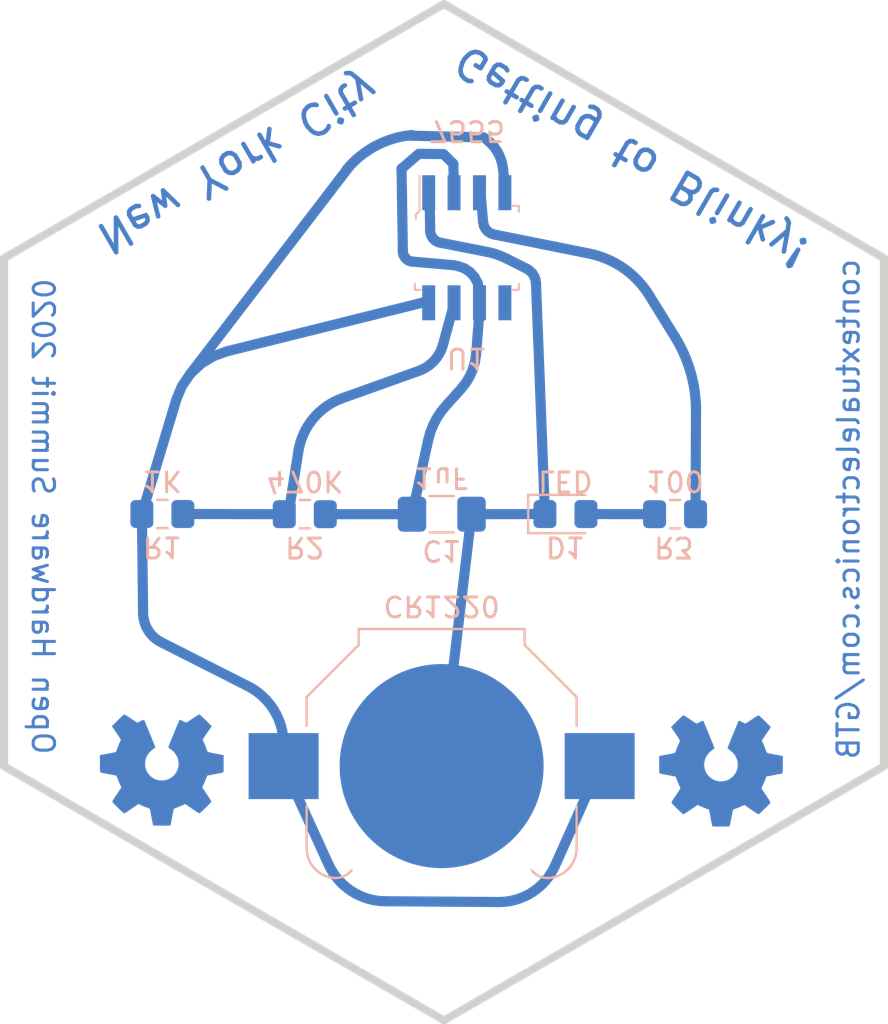
<source format=kicad_pcb>
(kicad_pcb (version 20171130) (host pcbnew 5.1.5-52549c5~84~ubuntu19.04.1)

  (general
    (thickness 1.6)
    (drawings 15)
    (tracks 265)
    (zones 0)
    (modules 10)
    (nets 7)
  )

  (page A4)
  (layers
    (0 F.Cu signal)
    (31 B.Cu signal)
    (32 B.Adhes user)
    (33 F.Adhes user)
    (34 B.Paste user)
    (35 F.Paste user)
    (36 B.SilkS user)
    (37 F.SilkS user)
    (38 B.Mask user)
    (39 F.Mask user)
    (40 Dwgs.User user)
    (41 Cmts.User user)
    (42 Eco1.User user hide)
    (43 Eco2.User user)
    (44 Edge.Cuts user)
    (45 Margin user)
    (46 B.CrtYd user)
    (47 F.CrtYd user)
    (48 B.Fab user)
    (49 F.Fab user)
  )

  (setup
    (last_trace_width 0.508)
    (trace_clearance 0.2)
    (zone_clearance 0.508)
    (zone_45_only no)
    (trace_min 0.2)
    (via_size 0.6)
    (via_drill 0.4)
    (via_min_size 0.4)
    (via_min_drill 0.3)
    (uvia_size 0.3)
    (uvia_drill 0.1)
    (uvias_allowed no)
    (uvia_min_size 0.2)
    (uvia_min_drill 0.1)
    (edge_width 0.1)
    (segment_width 0.2)
    (pcb_text_width 0.3)
    (pcb_text_size 1.5 1.5)
    (mod_edge_width 0.15)
    (mod_text_size 1 1)
    (mod_text_width 0.15)
    (pad_size 3.5 3.3)
    (pad_drill 0)
    (pad_to_mask_clearance 0)
    (aux_axis_origin 0 0)
    (visible_elements FFFFFF7F)
    (pcbplotparams
      (layerselection 0x010f0_80000001)
      (usegerberextensions false)
      (usegerberattributes false)
      (usegerberadvancedattributes false)
      (creategerberjobfile false)
      (excludeedgelayer true)
      (linewidth 0.100000)
      (plotframeref false)
      (viasonmask false)
      (mode 1)
      (useauxorigin false)
      (hpglpennumber 1)
      (hpglpenspeed 20)
      (hpglpendiameter 15.000000)
      (psnegative false)
      (psa4output false)
      (plotreference true)
      (plotvalue true)
      (plotinvisibletext false)
      (padsonsilk false)
      (subtractmaskfromsilk false)
      (outputformat 1)
      (mirror false)
      (drillshape 0)
      (scaleselection 1)
      (outputdirectory "gerbers/"))
  )

  (net 0 "")
  (net 1 GND)
  (net 2 /VDD)
  (net 3 "Net-(C1-Pad1)")
  (net 4 "Net-(D1-Pad2)")
  (net 5 "Net-(R1-Pad2)")
  (net 6 "Net-(R3-Pad1)")

  (net_class Default "This is the default net class."
    (clearance 0.2)
    (trace_width 0.508)
    (via_dia 0.6)
    (via_drill 0.4)
    (uvia_dia 0.3)
    (uvia_drill 0.1)
  )

  (net_class ad ""
    (clearance 0.2)
    (trace_width 0.508)
    (via_dia 0.6)
    (via_drill 0.4)
    (uvia_dia 0.3)
    (uvia_drill 0.1)
    (add_net /VDD)
    (add_net GND)
    (add_net "Net-(C1-Pad1)")
    (add_net "Net-(D1-Pad2)")
    (add_net "Net-(R1-Pad2)")
    (add_net "Net-(R3-Pad1)")
  )

  (module Battery:BatteryHolder_Keystone_3000_1x12mm (layer B.Cu) (tedit 5E432C5A) (tstamp 5E43117D)
    (at 156.34716 107.0991 180)
    (descr http://www.keyelco.com/product-pdf.cfm?p=777)
    (tags "Keystone type 3000 coin cell retainer")
    (attr smd)
    (fp_text reference CR1220 (at 0 8 180 unlocked) (layer B.SilkS)
      (effects (font (size 1 1) (thickness 0.15)) (justify mirror))
    )
    (fp_text value BatteryHolder_Keystone_3000_1x12mm (at 0 -7.5) (layer B.Fab) hide
      (effects (font (size 1 1) (thickness 0.15)) (justify mirror))
    )
    (fp_line (start -5.29 -6.76) (end 5.29 -6.76) (layer B.CrtYd) (width 0.05))
    (fp_line (start -4 6.7) (end 4 6.7) (layer B.Fab) (width 0.1))
    (fp_line (start -4 6.7) (end -4 6) (layer B.Fab) (width 0.1))
    (fp_line (start 4 6.7) (end 4 6) (layer B.Fab) (width 0.1))
    (fp_line (start -4 6) (end -6.6 3.4) (layer B.Fab) (width 0.1))
    (fp_line (start 4 6) (end 6.6 3.4) (layer B.Fab) (width 0.1))
    (fp_line (start -6.6 3.4) (end -6.6 -4.1) (layer B.Fab) (width 0.1))
    (fp_line (start 6.6 3.4) (end 6.6 -4.1) (layer B.Fab) (width 0.1))
    (fp_arc (start -5.25 -4.1) (end -5.3 -5.45) (angle -90) (layer B.Fab) (width 0.1))
    (fp_line (start 10.15 -2.15) (end 7.25 -2.15) (layer B.CrtYd) (width 0.05))
    (fp_line (start 10.15 2.15) (end 10.15 -2.15) (layer B.CrtYd) (width 0.05))
    (fp_line (start 7.25 2.15) (end 10.15 2.15) (layer B.CrtYd) (width 0.05))
    (fp_line (start -10.15 -2.15) (end -7.25 -2.15) (layer B.CrtYd) (width 0.05))
    (fp_line (start -10.15 2.15) (end -10.15 -2.15) (layer B.CrtYd) (width 0.05))
    (fp_line (start -7.25 2.15) (end -10.15 2.15) (layer B.CrtYd) (width 0.05))
    (fp_line (start 6.75 3.45) (end 6.75 2) (layer B.SilkS) (width 0.12))
    (fp_line (start 4.15 6.05) (end 6.75 3.45) (layer B.SilkS) (width 0.12))
    (fp_line (start 4.15 6.85) (end 4.15 6.05) (layer B.SilkS) (width 0.12))
    (fp_line (start -4.15 6.85) (end 4.15 6.85) (layer B.SilkS) (width 0.12))
    (fp_line (start -4.15 6.05) (end -4.15 6.85) (layer B.SilkS) (width 0.12))
    (fp_line (start -6.75 3.45) (end -4.15 6.05) (layer B.SilkS) (width 0.12))
    (fp_line (start -6.75 2) (end -6.75 3.45) (layer B.SilkS) (width 0.12))
    (fp_line (start -7.25 2.15) (end -7.25 3.8) (layer B.CrtYd) (width 0.05))
    (fp_line (start -7.25 3.8) (end -4.65 6.4) (layer B.CrtYd) (width 0.05))
    (fp_line (start -4.65 6.4) (end -4.65 7.35) (layer B.CrtYd) (width 0.05))
    (fp_line (start -4.65 7.35) (end 4.65 7.35) (layer B.CrtYd) (width 0.05))
    (fp_line (start 4.65 6.4) (end 4.65 7.35) (layer B.CrtYd) (width 0.05))
    (fp_line (start 7.25 3.8) (end 4.65 6.4) (layer B.CrtYd) (width 0.05))
    (fp_line (start 7.25 2.15) (end 7.25 3.8) (layer B.CrtYd) (width 0.05))
    (fp_arc (start 5.25 -4.1) (end 5.3 -5.45) (angle 90) (layer B.Fab) (width 0.1))
    (fp_line (start -6.75 -2) (end -6.75 -4.1) (layer B.SilkS) (width 0.12))
    (fp_line (start 6.75 -2) (end 6.75 -4.1) (layer B.SilkS) (width 0.12))
    (fp_line (start 7.25 -2.15) (end 7.25 -4.8) (layer B.CrtYd) (width 0.05))
    (fp_line (start -7.25 -2.15) (end -7.25 -4.8) (layer B.CrtYd) (width 0.05))
    (fp_arc (start -5.25 -4.1) (end -5.3 -5.6) (angle -90) (layer B.SilkS) (width 0.12))
    (fp_arc (start 5.25 -4.1) (end 5.3 -5.6) (angle 90) (layer B.SilkS) (width 0.12))
    (fp_arc (start -5.29 -4.8) (end -5.29 -6.76) (angle -90) (layer B.CrtYd) (width 0.05))
    (fp_arc (start 0 -8.9) (end -4.6 -5.1) (angle -101) (layer B.Fab) (width 0.1))
    (fp_arc (start -5.29 -4.6) (end -4.6 -5.1) (angle -60) (layer B.Fab) (width 0.1))
    (fp_arc (start 5.29 -4.6) (end 4.6 -5.1) (angle 60) (layer B.Fab) (width 0.1))
    (fp_arc (start -5.29 -4.6) (end -4.5 -5.2) (angle -60) (layer B.SilkS) (width 0.12))
    (fp_arc (start 5.29 -4.6) (end 4.5 -5.2) (angle 60) (layer B.SilkS) (width 0.12))
    (fp_circle (center 0 0) (end 0 -6.25) (layer Dwgs.User) (width 0.15))
    (fp_arc (start 5.29 -4.8) (end 5.29 -6.76) (angle 90) (layer B.CrtYd) (width 0.05))
    (fp_text user %R (at -0.13462 -3.64998) (layer B.Fab)
      (effects (font (size 1 1) (thickness 0.15)) (justify mirror))
    )
    (pad 2 smd circle (at 0 0 180) (size 10.2 10.2) (layers B.Cu B.Paste B.Mask)
      (net 1 GND))
    (pad 1 smd rect (at 7.9 0 180) (size 3.5 3.3) (layers B.Cu B.Paste B.Mask)
      (net 2 /VDD))
    (pad 1 smd rect (at -7.9 0 180) (size 3.5 3.3) (layers B.Cu B.Paste B.Mask)
      (net 2 /VDD))
    (model ${KISYS3DMOD}/Battery.3dshapes/BatteryHolder_Keystone_3000_1x12mm.wrl
      (at (xyz 0 0 0))
      (scale (xyz 1 1 1))
      (rotate (xyz 0 0 0))
    )
  )

  (module afterdark:OSHW-Logo2_9.8x8mm_Copper (layer B.Cu) (tedit 5E433FF0) (tstamp 5E43CDC7)
    (at 142.35684 106.35742)
    (descr "Open Source Hardware Symbol")
    (tags "Logo Symbol OSHW")
    (attr virtual)
    (fp_text reference REF** (at 0 0) (layer B.SilkS) hide
      (effects (font (size 1 1) (thickness 0.15)) (justify mirror))
    )
    (fp_text value OSHW-Logo2_9.8x8mm_Copper (at 0.75 0) (layer B.Fab) hide
      (effects (font (size 1 1) (thickness 0.15)) (justify mirror))
    )
    (fp_poly (pts (xy 0.139878 3.712224) (xy 0.245612 3.711645) (xy 0.322132 3.710078) (xy 0.374372 3.707028)
      (xy 0.407263 3.702004) (xy 0.425737 3.694511) (xy 0.434727 3.684056) (xy 0.439163 3.670147)
      (xy 0.439594 3.668346) (xy 0.446333 3.635855) (xy 0.458808 3.571748) (xy 0.475719 3.482849)
      (xy 0.495771 3.375981) (xy 0.517664 3.257967) (xy 0.518429 3.253822) (xy 0.540359 3.138169)
      (xy 0.560877 3.035986) (xy 0.578659 2.953402) (xy 0.592381 2.896544) (xy 0.600718 2.871542)
      (xy 0.601116 2.871099) (xy 0.625677 2.85889) (xy 0.676315 2.838544) (xy 0.742095 2.814455)
      (xy 0.742461 2.814326) (xy 0.825317 2.783182) (xy 0.923 2.743509) (xy 1.015077 2.703619)
      (xy 1.019434 2.701647) (xy 1.169407 2.63358) (xy 1.501498 2.860361) (xy 1.603374 2.929496)
      (xy 1.695657 2.991303) (xy 1.773003 3.042267) (xy 1.830064 3.078873) (xy 1.861495 3.097606)
      (xy 1.864479 3.098996) (xy 1.887321 3.09281) (xy 1.929982 3.062965) (xy 1.994128 3.008053)
      (xy 2.081421 2.926666) (xy 2.170535 2.840078) (xy 2.256441 2.754753) (xy 2.333327 2.676892)
      (xy 2.396564 2.611303) (xy 2.441523 2.562795) (xy 2.463576 2.536175) (xy 2.464396 2.534805)
      (xy 2.466834 2.516537) (xy 2.45765 2.486705) (xy 2.434574 2.441279) (xy 2.395337 2.37623)
      (xy 2.33767 2.28753) (xy 2.260795 2.173343) (xy 2.19257 2.072838) (xy 2.131582 1.982697)
      (xy 2.081356 1.908151) (xy 2.045416 1.854435) (xy 2.027287 1.826782) (xy 2.026146 1.824905)
      (xy 2.028359 1.79841) (xy 2.045138 1.746914) (xy 2.073142 1.680149) (xy 2.083122 1.658828)
      (xy 2.126672 1.563841) (xy 2.173134 1.456063) (xy 2.210877 1.362808) (xy 2.238073 1.293594)
      (xy 2.259675 1.240994) (xy 2.272158 1.213503) (xy 2.273709 1.211384) (xy 2.296668 1.207876)
      (xy 2.350786 1.198262) (xy 2.428868 1.183911) (xy 2.523719 1.166193) (xy 2.628143 1.146475)
      (xy 2.734944 1.126126) (xy 2.836926 1.106514) (xy 2.926894 1.089009) (xy 2.997653 1.074978)
      (xy 3.042006 1.065791) (xy 3.052885 1.063193) (xy 3.064122 1.056782) (xy 3.072605 1.042303)
      (xy 3.078714 1.014867) (xy 3.082832 0.969589) (xy 3.085341 0.90158) (xy 3.086621 0.805953)
      (xy 3.087054 0.67782) (xy 3.087077 0.625299) (xy 3.087077 0.198155) (xy 2.9845 0.177909)
      (xy 2.927431 0.16693) (xy 2.842269 0.150905) (xy 2.739372 0.131767) (xy 2.629096 0.111449)
      (xy 2.598615 0.105868) (xy 2.496855 0.086083) (xy 2.408205 0.066627) (xy 2.340108 0.049303)
      (xy 2.300004 0.035912) (xy 2.293323 0.031921) (xy 2.276919 0.003658) (xy 2.253399 -0.051109)
      (xy 2.227316 -0.121588) (xy 2.222142 -0.136769) (xy 2.187956 -0.230896) (xy 2.145523 -0.337101)
      (xy 2.103997 -0.432473) (xy 2.103792 -0.432916) (xy 2.03464 -0.582525) (xy 2.489512 -1.251617)
      (xy 2.1975 -1.544116) (xy 2.10918 -1.63117) (xy 2.028625 -1.707909) (xy 1.96036 -1.770237)
      (xy 1.908908 -1.814056) (xy 1.878794 -1.83527) (xy 1.874474 -1.836616) (xy 1.849111 -1.826016)
      (xy 1.797358 -1.796547) (xy 1.724868 -1.751705) (xy 1.637294 -1.694984) (xy 1.542612 -1.631462)
      (xy 1.446516 -1.566668) (xy 1.360837 -1.510287) (xy 1.291016 -1.465788) (xy 1.242494 -1.436639)
      (xy 1.220782 -1.426308) (xy 1.194293 -1.43505) (xy 1.144062 -1.458087) (xy 1.080451 -1.490631)
      (xy 1.073708 -1.494249) (xy 0.988046 -1.53721) (xy 0.929306 -1.558279) (xy 0.892772 -1.558503)
      (xy 0.873731 -1.538928) (xy 0.87362 -1.538654) (xy 0.864102 -1.515472) (xy 0.841403 -1.460441)
      (xy 0.807282 -1.377822) (xy 0.7635 -1.271872) (xy 0.711816 -1.146852) (xy 0.653992 -1.00702)
      (xy 0.597991 -0.871637) (xy 0.536447 -0.722234) (xy 0.479939 -0.583832) (xy 0.430161 -0.460673)
      (xy 0.388806 -0.357002) (xy 0.357568 -0.277059) (xy 0.338141 -0.225088) (xy 0.332154 -0.205692)
      (xy 0.347168 -0.183443) (xy 0.386439 -0.147982) (xy 0.438807 -0.108887) (xy 0.587941 0.014755)
      (xy 0.704511 0.156478) (xy 0.787118 0.313296) (xy 0.834366 0.482225) (xy 0.844857 0.660278)
      (xy 0.837231 0.742461) (xy 0.795682 0.912969) (xy 0.724123 1.063541) (xy 0.626995 1.192691)
      (xy 0.508734 1.298936) (xy 0.37378 1.38079) (xy 0.226571 1.436768) (xy 0.071544 1.465385)
      (xy -0.086861 1.465156) (xy -0.244206 1.434595) (xy -0.396054 1.372218) (xy -0.537965 1.27654)
      (xy -0.597197 1.222428) (xy -0.710797 1.08348) (xy -0.789894 0.931639) (xy -0.835014 0.771333)
      (xy -0.846684 0.606988) (xy -0.825431 0.443029) (xy -0.77178 0.283882) (xy -0.68626 0.133975)
      (xy -0.569395 -0.002267) (xy -0.438807 -0.108887) (xy -0.384412 -0.149642) (xy -0.345986 -0.184718)
      (xy -0.332154 -0.205726) (xy -0.339397 -0.228635) (xy -0.359995 -0.283365) (xy -0.392254 -0.365672)
      (xy -0.434479 -0.471315) (xy -0.484977 -0.59605) (xy -0.542052 -0.735636) (xy -0.598146 -0.87167)
      (xy -0.660033 -1.021201) (xy -0.717356 -1.159767) (xy -0.768356 -1.283107) (xy -0.811273 -1.386964)
      (xy -0.844347 -1.46708) (xy -0.865819 -1.519195) (xy -0.873775 -1.538654) (xy -0.892571 -1.558423)
      (xy -0.928926 -1.558365) (xy -0.987521 -1.537441) (xy -1.073032 -1.494613) (xy -1.073708 -1.494249)
      (xy -1.138093 -1.461012) (xy -1.190139 -1.436802) (xy -1.219488 -1.426404) (xy -1.220783 -1.426308)
      (xy -1.242876 -1.436855) (xy -1.291652 -1.466184) (xy -1.361669 -1.510827) (xy -1.447486 -1.567314)
      (xy -1.542612 -1.631462) (xy -1.63946 -1.696411) (xy -1.726747 -1.752896) (xy -1.798819 -1.797421)
      (xy -1.850023 -1.82649) (xy -1.874474 -1.836616) (xy -1.89699 -1.823307) (xy -1.942258 -1.786112)
      (xy -2.005756 -1.729128) (xy -2.082961 -1.656449) (xy -2.169349 -1.572171) (xy -2.197601 -1.544016)
      (xy -2.489713 -1.251416) (xy -2.267369 -0.925104) (xy -2.199798 -0.824897) (xy -2.140493 -0.734963)
      (xy -2.092783 -0.66051) (xy -2.059993 -0.606751) (xy -2.045452 -0.578894) (xy -2.045026 -0.576912)
      (xy -2.052692 -0.550655) (xy -2.073311 -0.497837) (xy -2.103315 -0.42731) (xy -2.124375 -0.380093)
      (xy -2.163752 -0.289694) (xy -2.200835 -0.198366) (xy -2.229585 -0.1212) (xy -2.237395 -0.097692)
      (xy -2.259583 -0.034916) (xy -2.281273 0.013589) (xy -2.293187 0.031921) (xy -2.319477 0.043141)
      (xy -2.376858 0.059046) (xy -2.457882 0.077833) (xy -2.555105 0.097701) (xy -2.598615 0.105868)
      (xy -2.709104 0.126171) (xy -2.815084 0.14583) (xy -2.906199 0.162912) (xy -2.972092 0.175482)
      (xy -2.9845 0.177909) (xy -3.087077 0.198155) (xy -3.087077 0.625299) (xy -3.086847 0.765754)
      (xy -3.085901 0.872021) (xy -3.083859 0.948987) (xy -3.080338 1.00154) (xy -3.074957 1.034567)
      (xy -3.067334 1.052955) (xy -3.057088 1.061592) (xy -3.052885 1.063193) (xy -3.02753 1.068873)
      (xy -2.971516 1.080205) (xy -2.892036 1.095821) (xy -2.796288 1.114353) (xy -2.691467 1.134431)
      (xy -2.584768 1.154688) (xy -2.483387 1.173754) (xy -2.394521 1.190261) (xy -2.325363 1.202841)
      (xy -2.283111 1.210125) (xy -2.27371 1.211384) (xy -2.265193 1.228237) (xy -2.24634 1.27313)
      (xy -2.220676 1.33757) (xy -2.210877 1.362808) (xy -2.171352 1.460314) (xy -2.124808 1.568041)
      (xy -2.083123 1.658828) (xy -2.05245 1.728247) (xy -2.032044 1.78529) (xy -2.025232 1.820223)
      (xy -2.026318 1.824905) (xy -2.040715 1.847009) (xy -2.073588 1.896169) (xy -2.12141 1.967152)
      (xy -2.180652 2.054722) (xy -2.247785 2.153643) (xy -2.261059 2.17317) (xy -2.338954 2.28886)
      (xy -2.396213 2.376956) (xy -2.435119 2.441514) (xy -2.457956 2.486589) (xy -2.467006 2.516237)
      (xy -2.464552 2.534515) (xy -2.464489 2.534631) (xy -2.445173 2.558639) (xy -2.402449 2.605053)
      (xy -2.340949 2.669063) (xy -2.265302 2.745855) (xy -2.180139 2.830618) (xy -2.170535 2.840078)
      (xy -2.06321 2.944011) (xy -1.980385 3.020325) (xy -1.920395 3.070429) (xy -1.881577 3.09573)
      (xy -1.86448 3.098996) (xy -1.839527 3.08475) (xy -1.787745 3.051844) (xy -1.71448 3.003792)
      (xy -1.62508 2.94411) (xy -1.524889 2.876312) (xy -1.501499 2.860361) (xy -1.169407 2.63358)
      (xy -1.019435 2.701647) (xy -0.92823 2.741315) (xy -0.830331 2.781209) (xy -0.746169 2.813017)
      (xy -0.742462 2.814326) (xy -0.676631 2.838424) (xy -0.625884 2.8588) (xy -0.601158 2.871064)
      (xy -0.601116 2.871099) (xy -0.593271 2.893266) (xy -0.579934 2.947783) (xy -0.56243 3.02852)
      (xy -0.542083 3.12935) (xy -0.520218 3.244144) (xy -0.518429 3.253822) (xy -0.496496 3.372096)
      (xy -0.47636 3.479458) (xy -0.45932 3.569083) (xy -0.446672 3.634149) (xy -0.439716 3.667832)
      (xy -0.439594 3.668346) (xy -0.435361 3.682675) (xy -0.427129 3.693493) (xy -0.409967 3.701294)
      (xy -0.378942 3.706571) (xy -0.329122 3.709818) (xy -0.255576 3.711528) (xy -0.153371 3.712193)
      (xy -0.017575 3.712307) (xy 0 3.712308) (xy 0.139878 3.712224)) (layer B.Cu) (width 0.01))
  )

  (module Symbol:KiCad-Logo2_5mm_Copper (layer B.Cu) (tedit 5E433FD2) (tstamp 5E43CFD8)
    (at 168.96588 99.59594)
    (descr "KiCad Logo")
    (tags "Logo KiCad")
    (attr virtual)
    (fp_text reference REF** (at 0 5.08) (layer B.SilkS) hide
      (effects (font (size 1 1) (thickness 0.15)) (justify mirror))
    )
    (fp_text value KiCad-Logo2_5mm_Copper (at 0 -5.08) (layer B.Fab) hide
      (effects (font (size 1 1) (thickness 0.15)) (justify mirror))
    )
    (fp_poly (pts (xy -2.273043 2.973429) (xy -2.176768 2.949191) (xy -2.090184 2.906359) (xy -2.015373 2.846581)
      (xy -1.954418 2.771506) (xy -1.909399 2.68278) (xy -1.883136 2.58647) (xy -1.877286 2.489205)
      (xy -1.89214 2.395346) (xy -1.92584 2.307489) (xy -1.976528 2.22823) (xy -2.042345 2.160164)
      (xy -2.121434 2.105888) (xy -2.211934 2.067998) (xy -2.2632 2.055574) (xy -2.307698 2.048053)
      (xy -2.341999 2.045081) (xy -2.37496 2.046906) (xy -2.415434 2.053775) (xy -2.448531 2.06075)
      (xy -2.541947 2.092259) (xy -2.625619 2.143383) (xy -2.697665 2.212571) (xy -2.7562 2.298272)
      (xy -2.770148 2.325511) (xy -2.786586 2.361878) (xy -2.796894 2.392418) (xy -2.80246 2.42455)
      (xy -2.804669 2.465693) (xy -2.804948 2.511778) (xy -2.800861 2.596135) (xy -2.787446 2.665414)
      (xy -2.762256 2.726039) (xy -2.722846 2.784433) (xy -2.684298 2.828698) (xy -2.612406 2.894516)
      (xy -2.537313 2.939947) (xy -2.454562 2.96715) (xy -2.376928 2.977424) (xy -2.273043 2.973429)) (layer B.Mask) (width 0.01))
    (fp_poly (pts (xy 6.186507 0.527755) (xy 6.186526 0.293338) (xy 6.186552 0.080397) (xy 6.186625 -0.112168)
      (xy 6.186782 -0.285459) (xy 6.187064 -0.440576) (xy 6.187509 -0.57862) (xy 6.188156 -0.700692)
      (xy 6.189045 -0.807894) (xy 6.190213 -0.901326) (xy 6.191701 -0.98209) (xy 6.193546 -1.051286)
      (xy 6.195789 -1.110015) (xy 6.198469 -1.159379) (xy 6.201623 -1.200478) (xy 6.205292 -1.234413)
      (xy 6.209513 -1.262286) (xy 6.214327 -1.285198) (xy 6.219773 -1.304249) (xy 6.225888 -1.32054)
      (xy 6.232712 -1.335173) (xy 6.240285 -1.349249) (xy 6.248645 -1.363868) (xy 6.253839 -1.372974)
      (xy 6.288104 -1.433689) (xy 5.429955 -1.433689) (xy 5.429955 -1.337733) (xy 5.429224 -1.29437)
      (xy 5.427272 -1.261205) (xy 5.424463 -1.243424) (xy 5.423221 -1.241778) (xy 5.411799 -1.248662)
      (xy 5.389084 -1.266505) (xy 5.366385 -1.285879) (xy 5.3118 -1.326614) (xy 5.242321 -1.367617)
      (xy 5.16527 -1.405123) (xy 5.087965 -1.435364) (xy 5.057113 -1.445012) (xy 4.988616 -1.459578)
      (xy 4.905764 -1.469539) (xy 4.816371 -1.474583) (xy 4.728248 -1.474396) (xy 4.649207 -1.468666)
      (xy 4.611511 -1.462858) (xy 4.473414 -1.424797) (xy 4.346113 -1.367073) (xy 4.230292 -1.290211)
      (xy 4.126637 -1.194739) (xy 4.035833 -1.081179) (xy 3.969031 -0.970381) (xy 3.914164 -0.853625)
      (xy 3.872163 -0.734276) (xy 3.842167 -0.608283) (xy 3.823311 -0.471594) (xy 3.814732 -0.320158)
      (xy 3.814006 -0.242711) (xy 3.8161 -0.185934) (xy 4.645217 -0.185934) (xy 4.645424 -0.279002)
      (xy 4.648337 -0.366692) (xy 4.654 -0.443772) (xy 4.662455 -0.505009) (xy 4.665038 -0.51735)
      (xy 4.69684 -0.624633) (xy 4.738498 -0.711658) (xy 4.790363 -0.778642) (xy 4.852781 -0.825805)
      (xy 4.9261 -0.853365) (xy 5.010669 -0.861541) (xy 5.106835 -0.850551) (xy 5.170311 -0.834829)
      (xy 5.219454 -0.816639) (xy 5.273583 -0.790791) (xy 5.314244 -0.767089) (xy 5.3848 -0.720721)
      (xy 5.3848 0.42947) (xy 5.317392 0.473038) (xy 5.238867 0.51396) (xy 5.154681 0.540611)
      (xy 5.069557 0.552535) (xy 4.988216 0.549278) (xy 4.91538 0.530385) (xy 4.883426 0.514816)
      (xy 4.825501 0.471819) (xy 4.776544 0.415047) (xy 4.73539 0.342425) (xy 4.700874 0.251879)
      (xy 4.671833 0.141334) (xy 4.670552 0.135467) (xy 4.660381 0.073212) (xy 4.652739 -0.004594)
      (xy 4.64767 -0.09272) (xy 4.645217 -0.185934) (xy 3.8161 -0.185934) (xy 3.821857 -0.029895)
      (xy 3.843802 0.165941) (xy 3.879786 0.344668) (xy 3.929759 0.506155) (xy 3.993668 0.650274)
      (xy 4.071462 0.776894) (xy 4.163089 0.885885) (xy 4.268497 0.977117) (xy 4.313662 1.008068)
      (xy 4.414611 1.064215) (xy 4.517901 1.103826) (xy 4.627989 1.127986) (xy 4.74933 1.137781)
      (xy 4.841836 1.136735) (xy 4.97149 1.125769) (xy 5.084084 1.103954) (xy 5.182875 1.070286)
      (xy 5.271121 1.023764) (xy 5.319986 0.989552) (xy 5.349353 0.967638) (xy 5.371043 0.952667)
      (xy 5.379253 0.948267) (xy 5.380868 0.959096) (xy 5.382159 0.989749) (xy 5.383138 1.037474)
      (xy 5.383817 1.099521) (xy 5.38421 1.173138) (xy 5.38433 1.255573) (xy 5.384188 1.344075)
      (xy 5.383797 1.435893) (xy 5.383171 1.528276) (xy 5.38232 1.618472) (xy 5.38126 1.703729)
      (xy 5.380001 1.781297) (xy 5.378556 1.848424) (xy 5.376938 1.902359) (xy 5.375161 1.94035)
      (xy 5.374669 1.947333) (xy 5.367092 2.017749) (xy 5.355531 2.072898) (xy 5.337792 2.120019)
      (xy 5.311682 2.166353) (xy 5.305415 2.175933) (xy 5.280983 2.212622) (xy 6.186311 2.212622)
      (xy 6.186507 0.527755)) (layer B.Mask) (width 0.01))
    (fp_poly (pts (xy 2.673574 1.133448) (xy 2.825492 1.113433) (xy 2.960756 1.079798) (xy 3.080239 1.032275)
      (xy 3.184815 0.970595) (xy 3.262424 0.907035) (xy 3.331265 0.832901) (xy 3.385006 0.753129)
      (xy 3.42791 0.660909) (xy 3.443384 0.617839) (xy 3.456244 0.578858) (xy 3.467446 0.542711)
      (xy 3.47712 0.507566) (xy 3.485396 0.47159) (xy 3.492403 0.43295) (xy 3.498272 0.389815)
      (xy 3.503131 0.340351) (xy 3.50711 0.282727) (xy 3.51034 0.215109) (xy 3.512949 0.135666)
      (xy 3.515067 0.042564) (xy 3.516824 -0.066027) (xy 3.518349 -0.191942) (xy 3.519772 -0.337012)
      (xy 3.521025 -0.479778) (xy 3.522351 -0.635968) (xy 3.523556 -0.771239) (xy 3.524766 -0.887246)
      (xy 3.526106 -0.985645) (xy 3.5277 -1.068093) (xy 3.529675 -1.136246) (xy 3.532156 -1.19176)
      (xy 3.535269 -1.236292) (xy 3.539138 -1.271498) (xy 3.543889 -1.299034) (xy 3.549648 -1.320556)
      (xy 3.556539 -1.337722) (xy 3.564689 -1.352186) (xy 3.574223 -1.365606) (xy 3.585266 -1.379638)
      (xy 3.589566 -1.385071) (xy 3.605386 -1.40791) (xy 3.612422 -1.423463) (xy 3.612444 -1.423922)
      (xy 3.601567 -1.426121) (xy 3.570582 -1.428147) (xy 3.521957 -1.429942) (xy 3.458163 -1.431451)
      (xy 3.381669 -1.432616) (xy 3.294944 -1.43338) (xy 3.200457 -1.433686) (xy 3.18955 -1.433689)
      (xy 2.766657 -1.433689) (xy 2.763395 -1.337622) (xy 2.760133 -1.241556) (xy 2.698044 -1.292543)
      (xy 2.600714 -1.360057) (xy 2.490813 -1.414749) (xy 2.404349 -1.444978) (xy 2.335278 -1.459666)
      (xy 2.251925 -1.469659) (xy 2.162159 -1.474646) (xy 2.073845 -1.474313) (xy 1.994851 -1.468351)
      (xy 1.958622 -1.462638) (xy 1.818603 -1.424776) (xy 1.692178 -1.369932) (xy 1.58026 -1.298924)
      (xy 1.483762 -1.212568) (xy 1.4036 -1.111679) (xy 1.340687 -0.997076) (xy 1.296312 -0.870984)
      (xy 1.283978 -0.814401) (xy 1.276368 -0.752202) (xy 1.272739 -0.677363) (xy 1.272245 -0.643467)
      (xy 1.27231 -0.640282) (xy 2.032248 -0.640282) (xy 2.041541 -0.715333) (xy 2.069728 -0.77916)
      (xy 2.118197 -0.834798) (xy 2.123254 -0.839211) (xy 2.171548 -0.874037) (xy 2.223257 -0.89662)
      (xy 2.283989 -0.90854) (xy 2.359352 -0.911383) (xy 2.377459 -0.910978) (xy 2.431278 -0.908325)
      (xy 2.471308 -0.902909) (xy 2.506324 -0.892745) (xy 2.545103 -0.87585) (xy 2.555745 -0.870672)
      (xy 2.616396 -0.834844) (xy 2.663215 -0.792212) (xy 2.675952 -0.776973) (xy 2.720622 -0.720462)
      (xy 2.720622 -0.524586) (xy 2.720086 -0.445939) (xy 2.718396 -0.387988) (xy 2.715428 -0.348875)
      (xy 2.711057 -0.326741) (xy 2.706972 -0.320274) (xy 2.691047 -0.317111) (xy 2.657264 -0.314488)
      (xy 2.61034 -0.312655) (xy 2.554993 -0.311857) (xy 2.546106 -0.311842) (xy 2.42533 -0.317096)
      (xy 2.32266 -0.333263) (xy 2.236106 -0.360961) (xy 2.163681 -0.400808) (xy 2.108751 -0.447758)
      (xy 2.064204 -0.505645) (xy 2.03948 -0.568693) (xy 2.032248 -0.640282) (xy 1.27231 -0.640282)
      (xy 1.274178 -0.549712) (xy 1.282522 -0.470812) (xy 1.298768 -0.39959) (xy 1.324405 -0.328864)
      (xy 1.348401 -0.276493) (xy 1.40702 -0.181196) (xy 1.485117 -0.09317) (xy 1.580315 -0.014017)
      (xy 1.690238 0.05466) (xy 1.81251 0.111259) (xy 1.944755 0.154179) (xy 2.009422 0.169118)
      (xy 2.145604 0.191223) (xy 2.294049 0.205806) (xy 2.445505 0.212187) (xy 2.572064 0.210555)
      (xy 2.73395 0.203776) (xy 2.72653 0.262755) (xy 2.707238 0.361908) (xy 2.676104 0.442628)
      (xy 2.632269 0.505534) (xy 2.574871 0.551244) (xy 2.503048 0.580378) (xy 2.415941 0.593553)
      (xy 2.312686 0.591389) (xy 2.274711 0.587388) (xy 2.13352 0.56222) (xy 1.996707 0.521186)
      (xy 1.902178 0.483185) (xy 1.857018 0.46381) (xy 1.818585 0.44824) (xy 1.792234 0.438595)
      (xy 1.784546 0.436548) (xy 1.774802 0.445626) (xy 1.758083 0.474595) (xy 1.734232 0.523783)
      (xy 1.703093 0.593516) (xy 1.664507 0.684121) (xy 1.65791 0.699911) (xy 1.627853 0.772228)
      (xy 1.600874 0.837575) (xy 1.578136 0.893094) (xy 1.560806 0.935928) (xy 1.550048 0.963219)
      (xy 1.546941 0.972058) (xy 1.55694 0.976813) (xy 1.583217 0.98209) (xy 1.611489 0.985769)
      (xy 1.641646 0.990526) (xy 1.689433 0.999972) (xy 1.750612 1.01318) (xy 1.820946 1.029224)
      (xy 1.896194 1.04718) (xy 1.924755 1.054203) (xy 2.029816 1.079791) (xy 2.11748 1.099853)
      (xy 2.192068 1.115031) (xy 2.257903 1.125965) (xy 2.319307 1.133296) (xy 2.380602 1.137665)
      (xy 2.44611 1.139713) (xy 2.504128 1.140111) (xy 2.673574 1.133448)) (layer B.Mask) (width 0.01))
    (fp_poly (pts (xy 0.328429 2.050929) (xy 0.48857 2.029755) (xy 0.65251 1.989615) (xy 0.822313 1.930111)
      (xy 1.000043 1.850846) (xy 1.01131 1.845301) (xy 1.069005 1.817275) (xy 1.120552 1.793198)
      (xy 1.162191 1.774751) (xy 1.190162 1.763614) (xy 1.199733 1.761067) (xy 1.21895 1.756059)
      (xy 1.223561 1.751853) (xy 1.218458 1.74142) (xy 1.202418 1.715132) (xy 1.177288 1.675743)
      (xy 1.144914 1.626009) (xy 1.107143 1.568685) (xy 1.065822 1.506524) (xy 1.022798 1.442282)
      (xy 0.979917 1.378715) (xy 0.939026 1.318575) (xy 0.901971 1.26462) (xy 0.8706 1.219603)
      (xy 0.846759 1.186279) (xy 0.832294 1.167403) (xy 0.830309 1.165213) (xy 0.820191 1.169862)
      (xy 0.79785 1.187038) (xy 0.76728 1.21356) (xy 0.751536 1.228036) (xy 0.655047 1.303318)
      (xy 0.548336 1.358759) (xy 0.432832 1.393859) (xy 0.309962 1.40812) (xy 0.240561 1.406949)
      (xy 0.119423 1.389788) (xy 0.010205 1.353906) (xy -0.087418 1.299041) (xy -0.173772 1.22493)
      (xy -0.249185 1.131312) (xy -0.313982 1.017924) (xy -0.351399 0.931333) (xy -0.395252 0.795634)
      (xy -0.427572 0.64815) (xy -0.448443 0.492686) (xy -0.457949 0.333044) (xy -0.456173 0.173027)
      (xy -0.443197 0.016439) (xy -0.419106 -0.132918) (xy -0.383982 -0.27124) (xy -0.337908 -0.394724)
      (xy -0.321627 -0.428978) (xy -0.25338 -0.543064) (xy -0.172921 -0.639557) (xy -0.08143 -0.71767)
      (xy 0.019911 -0.776617) (xy 0.12992 -0.815612) (xy 0.247415 -0.833868) (xy 0.288883 -0.835211)
      (xy 0.410441 -0.82429) (xy 0.530878 -0.791474) (xy 0.648666 -0.737439) (xy 0.762277 -0.662865)
      (xy 0.853685 -0.584539) (xy 0.900215 -0.540008) (xy 1.081483 -0.837271) (xy 1.12658 -0.911433)
      (xy 1.167819 -0.979646) (xy 1.203735 -1.039459) (xy 1.232866 -1.08842) (xy 1.25375 -1.124079)
      (xy 1.264924 -1.143984) (xy 1.266375 -1.147079) (xy 1.258146 -1.156718) (xy 1.232567 -1.173999)
      (xy 1.192873 -1.197283) (xy 1.142297 -1.224934) (xy 1.084074 -1.255315) (xy 1.021437 -1.28679)
      (xy 0.957621 -1.317722) (xy 0.89586 -1.346473) (xy 0.839388 -1.371408) (xy 0.791438 -1.390889)
      (xy 0.767986 -1.399318) (xy 0.634221 -1.437133) (xy 0.496327 -1.462136) (xy 0.348622 -1.47514)
      (xy 0.221833 -1.477468) (xy 0.153878 -1.476373) (xy 0.088277 -1.474275) (xy 0.030847 -1.471434)
      (xy -0.012597 -1.468106) (xy -0.026702 -1.466422) (xy -0.165716 -1.437587) (xy -0.307243 -1.392468)
      (xy -0.444725 -1.33375) (xy -0.571606 -1.26412) (xy -0.649111 -1.211441) (xy -0.776519 -1.103239)
      (xy -0.894822 -0.976671) (xy -1.001828 -0.834866) (xy -1.095348 -0.680951) (xy -1.17319 -0.518053)
      (xy -1.217044 -0.400756) (xy -1.267292 -0.217128) (xy -1.300791 -0.022581) (xy -1.317551 0.178675)
      (xy -1.317584 0.382432) (xy -1.300899 0.584479) (xy -1.267507 0.780608) (xy -1.21742 0.966609)
      (xy -1.213603 0.978197) (xy -1.150719 1.14025) (xy -1.073972 1.288168) (xy -0.980758 1.426135)
      (xy -0.868473 1.558339) (xy -0.824608 1.603601) (xy -0.688466 1.727543) (xy -0.548509 1.830085)
      (xy -0.402589 1.912344) (xy -0.248558 1.975436) (xy -0.084268 2.020477) (xy 0.011289 2.037967)
      (xy 0.170023 2.053534) (xy 0.328429 2.050929)) (layer B.Mask) (width 0.01))
    (fp_poly (pts (xy -2.9464 2.510946) (xy -2.935535 2.397007) (xy -2.903918 2.289384) (xy -2.853015 2.190385)
      (xy -2.784293 2.102316) (xy -2.699219 2.027484) (xy -2.602232 1.969616) (xy -2.495964 1.929995)
      (xy -2.38895 1.911427) (xy -2.2833 1.912566) (xy -2.181125 1.93207) (xy -2.084534 1.968594)
      (xy -1.995638 2.020795) (xy -1.916546 2.087327) (xy -1.849369 2.166848) (xy -1.796217 2.258013)
      (xy -1.759199 2.359477) (xy -1.740427 2.469898) (xy -1.738489 2.519794) (xy -1.738489 2.607733)
      (xy -1.68656 2.607733) (xy -1.650253 2.604889) (xy -1.623355 2.593089) (xy -1.596249 2.569351)
      (xy -1.557867 2.530969) (xy -1.557867 0.339398) (xy -1.557876 0.077261) (xy -1.557908 -0.163241)
      (xy -1.557972 -0.383048) (xy -1.558076 -0.583101) (xy -1.558227 -0.764344) (xy -1.558434 -0.927716)
      (xy -1.558706 -1.07416) (xy -1.55905 -1.204617) (xy -1.559474 -1.320029) (xy -1.559987 -1.421338)
      (xy -1.560597 -1.509484) (xy -1.561312 -1.58541) (xy -1.56214 -1.650057) (xy -1.563089 -1.704367)
      (xy -1.564167 -1.74928) (xy -1.565383 -1.78574) (xy -1.566745 -1.814687) (xy -1.568261 -1.837063)
      (xy -1.569938 -1.853809) (xy -1.571786 -1.865868) (xy -1.573813 -1.87418) (xy -1.576025 -1.879687)
      (xy -1.577108 -1.881537) (xy -1.581271 -1.888549) (xy -1.584805 -1.894996) (xy -1.588635 -1.9009)
      (xy -1.593682 -1.906286) (xy -1.600871 -1.911178) (xy -1.611123 -1.915598) (xy -1.625364 -1.919572)
      (xy -1.644514 -1.923121) (xy -1.669499 -1.92627) (xy -1.70124 -1.929042) (xy -1.740662 -1.931461)
      (xy -1.788686 -1.933551) (xy -1.846237 -1.935335) (xy -1.914237 -1.936837) (xy -1.99361 -1.93808)
      (xy -2.085279 -1.939089) (xy -2.190166 -1.939885) (xy -2.309196 -1.940494) (xy -2.44329 -1.940939)
      (xy -2.593373 -1.941243) (xy -2.760367 -1.94143) (xy -2.945196 -1.941524) (xy -3.148783 -1.941548)
      (xy -3.37205 -1.941525) (xy -3.615922 -1.94148) (xy -3.881321 -1.941437) (xy -3.919704 -1.941432)
      (xy -4.186682 -1.941389) (xy -4.432002 -1.941318) (xy -4.656583 -1.941213) (xy -4.861345 -1.941066)
      (xy -5.047206 -1.940869) (xy -5.215088 -1.940616) (xy -5.365908 -1.9403) (xy -5.500587 -1.939913)
      (xy -5.620044 -1.939447) (xy -5.725199 -1.938897) (xy -5.816971 -1.938253) (xy -5.896279 -1.937511)
      (xy -5.964043 -1.936661) (xy -6.021182 -1.935697) (xy -6.068617 -1.934611) (xy -6.107266 -1.933397)
      (xy -6.138049 -1.932047) (xy -6.161885 -1.930555) (xy -6.179694 -1.928911) (xy -6.192395 -1.927111)
      (xy -6.200908 -1.925145) (xy -6.205266 -1.923477) (xy -6.213728 -1.919906) (xy -6.221497 -1.91727)
      (xy -6.228602 -1.914634) (xy -6.235073 -1.911062) (xy -6.240939 -1.905621) (xy -6.246229 -1.897375)
      (xy -6.250974 -1.88539) (xy -6.255202 -1.868731) (xy -6.258943 -1.846463) (xy -6.262227 -1.817652)
      (xy -6.265083 -1.781363) (xy -6.26754 -1.736661) (xy -6.269629 -1.682611) (xy -6.271378 -1.618279)
      (xy -6.272817 -1.54273) (xy -6.273976 -1.45503) (xy -6.274883 -1.354243) (xy -6.275569 -1.239434)
      (xy -6.276063 -1.10967) (xy -6.276395 -0.964015) (xy -6.276593 -0.801535) (xy -6.276687 -0.621295)
      (xy -6.276708 -0.42236) (xy -6.276685 -0.203796) (xy -6.276646 0.035332) (xy -6.276622 0.29596)
      (xy -6.276622 0.338111) (xy -6.276636 0.601008) (xy -6.276661 0.842268) (xy -6.276671 1.062835)
      (xy -6.276642 1.263648) (xy -6.276548 1.445651) (xy -6.276362 1.609784) (xy -6.276059 1.756989)
      (xy -6.275614 1.888208) (xy -6.275034 1.998133) (xy -5.972197 1.998133) (xy -5.932407 1.940289)
      (xy -5.921236 1.924521) (xy -5.911166 1.910559) (xy -5.902138 1.897216) (xy -5.894097 1.883307)
      (xy -5.886986 1.867644) (xy -5.880747 1.849042) (xy -5.875325 1.826314) (xy -5.870662 1.798273)
      (xy -5.866701 1.763733) (xy -5.863385 1.721508) (xy -5.860659 1.670411) (xy -5.858464 1.609256)
      (xy -5.856745 1.536856) (xy -5.855444 1.452025) (xy -5.854505 1.353578) (xy -5.85387 1.240326)
      (xy -5.853484 1.111084) (xy -5.853288 0.964666) (xy -5.853227 0.799884) (xy -5.853243 0.615553)
      (xy -5.85328 0.410487) (xy -5.853289 0.287867) (xy -5.853265 0.070918) (xy -5.853231 -0.124642)
      (xy -5.853243 -0.299999) (xy -5.853358 -0.456341) (xy -5.85363 -0.594857) (xy -5.854118 -0.716734)
      (xy -5.854876 -0.82316) (xy -5.855962 -0.915322) (xy -5.857431 -0.994409) (xy -5.85934 -1.061608)
      (xy -5.861744 -1.118107) (xy -5.864701 -1.165093) (xy -5.868266 -1.203755) (xy -5.872495 -1.23528)
      (xy -5.877446 -1.260855) (xy -5.883173 -1.28167) (xy -5.889733 -1.298911) (xy -5.897183 -1.313765)
      (xy -5.905579 -1.327422) (xy -5.914976 -1.341069) (xy -5.925432 -1.355893) (xy -5.931523 -1.364783)
      (xy -5.970296 -1.4224) (xy -5.438732 -1.4224) (xy -5.315483 -1.422365) (xy -5.212987 -1.422215)
      (xy -5.12942 -1.421878) (xy -5.062956 -1.421286) (xy -5.011771 -1.420367) (xy -4.974041 -1.419051)
      (xy -4.94794 -1.417269) (xy -4.931644 -1.414951) (xy -4.923328 -1.412026) (xy -4.921168 -1.408424)
      (xy -4.923339 -1.404075) (xy -4.924535 -1.402645) (xy -4.949685 -1.365573) (xy -4.975583 -1.312772)
      (xy -4.999192 -1.25077) (xy -5.007461 -1.224357) (xy -5.012078 -1.206416) (xy -5.015979 -1.185355)
      (xy -5.019248 -1.159089) (xy -5.021966 -1.125532) (xy -5.024215 -1.082599) (xy -5.026077 -1.028204)
      (xy -5.027636 -0.960262) (xy -5.028972 -0.876688) (xy -5.030169 -0.775395) (xy -5.031308 -0.6543)
      (xy -5.031685 -0.6096) (xy -5.032702 -0.484449) (xy -5.03346 -0.380082) (xy -5.033903 -0.294707)
      (xy -5.03397 -0.226533) (xy -5.033605 -0.173765) (xy -5.032748 -0.134614) (xy -5.031341 -0.107285)
      (xy -5.029325 -0.089986) (xy -5.026643 -0.080926) (xy -5.023236 -0.078312) (xy -5.019044 -0.080351)
      (xy -5.014571 -0.084667) (xy -5.004216 -0.097602) (xy -4.982158 -0.126676) (xy -4.949957 -0.169759)
      (xy -4.909174 -0.224718) (xy -4.86137 -0.289423) (xy -4.808105 -0.361742) (xy -4.75094 -0.439544)
      (xy -4.691437 -0.520698) (xy -4.631155 -0.603072) (xy -4.571655 -0.684536) (xy -4.514498 -0.762957)
      (xy -4.461245 -0.836204) (xy -4.413457 -0.902147) (xy -4.372693 -0.958654) (xy -4.340516 -1.003593)
      (xy -4.318485 -1.034834) (xy -4.313917 -1.041466) (xy -4.290996 -1.078369) (xy -4.264188 -1.126359)
      (xy -4.238789 -1.175897) (xy -4.235568 -1.182577) (xy -4.21389 -1.230772) (xy -4.201304 -1.268334)
      (xy -4.195574 -1.30416) (xy -4.194456 -1.3462) (xy -4.19509 -1.4224) (xy -3.040651 -1.4224)
      (xy -3.131815 -1.328669) (xy -3.178612 -1.278775) (xy -3.228899 -1.222295) (xy -3.274944 -1.168026)
      (xy -3.295369 -1.142673) (xy -3.325807 -1.103128) (xy -3.365862 -1.049916) (xy -3.414361 -0.984667)
      (xy -3.470135 -0.909011) (xy -3.532011 -0.824577) (xy -3.598819 -0.732994) (xy -3.669387 -0.635892)
      (xy -3.742545 -0.534901) (xy -3.817121 -0.43165) (xy -3.891944 -0.327768) (xy -3.965843 -0.224885)
      (xy -4.037646 -0.124631) (xy -4.106184 -0.028636) (xy -4.170284 0.061473) (xy -4.228775 0.144064)
      (xy -4.280486 0.217508) (xy -4.324247 0.280176) (xy -4.358885 0.330439) (xy -4.38323 0.366666)
      (xy -4.396111 0.387229) (xy -4.397869 0.391332) (xy -4.38991 0.402658) (xy -4.369115 0.429838)
      (xy -4.336847 0.471171) (xy -4.29447 0.524956) (xy -4.243347 0.589494) (xy -4.184841 0.663082)
      (xy -4.120314 0.744022) (xy -4.051131 0.830612) (xy -3.978653 0.921152) (xy -3.904246 1.01394)
      (xy -3.844517 1.088298) (xy -2.833511 1.088298) (xy -2.827602 1.075341) (xy -2.813272 1.053092)
      (xy -2.812225 1.051609) (xy -2.793438 1.021456) (xy -2.773791 0.984625) (xy -2.769892 0.976489)
      (xy -2.766356 0.96806) (xy -2.76323 0.957941) (xy -2.760486 0.94474) (xy -2.758092 0.927062)
      (xy -2.756019 0.903516) (xy -2.754235 0.872707) (xy -2.752712 0.833243) (xy -2.751419 0.783731)
      (xy -2.750326 0.722777) (xy -2.749403 0.648989) (xy -2.748619 0.560972) (xy -2.747945 0.457335)
      (xy -2.74735 0.336684) (xy -2.746805 0.197626) (xy -2.746279 0.038768) (xy -2.745745 -0.140089)
      (xy -2.745206 -0.325207) (xy -2.744772 -0.489145) (xy -2.744509 -0.633303) (xy -2.744484 -0.759079)
      (xy -2.744765 -0.867871) (xy -2.745419 -0.961077) (xy -2.746514 -1.040097) (xy -2.748118 -1.106328)
      (xy -2.750297 -1.16117) (xy -2.753119 -1.206021) (xy -2.756651 -1.242278) (xy -2.760961 -1.271341)
      (xy -2.766117 -1.294609) (xy -2.772185 -1.313479) (xy -2.779233 -1.329351) (xy -2.787329 -1.343622)
      (xy -2.79654 -1.357691) (xy -2.80504 -1.370158) (xy -2.822176 -1.396452) (xy -2.832322 -1.414037)
      (xy -2.833511 -1.417257) (xy -2.822604 -1.418334) (xy -2.791411 -1.419335) (xy -2.742223 -1.420235)
      (xy -2.677333 -1.42101) (xy -2.59903 -1.421637) (xy -2.509607 -1.422091) (xy -2.411356 -1.422349)
      (xy -2.342445 -1.4224) (xy -2.237452 -1.42218) (xy -2.14061 -1.421548) (xy -2.054107 -1.420549)
      (xy -1.980132 -1.419227) (xy -1.920874 -1.417626) (xy -1.87852 -1.415791) (xy -1.85526 -1.413765)
      (xy -1.851378 -1.412493) (xy -1.859076 -1.397591) (xy -1.867074 -1.38956) (xy -1.880246 -1.372434)
      (xy -1.897485 -1.342183) (xy -1.909407 -1.317622) (xy -1.936045 -1.258711) (xy -1.93912 -0.081845)
      (xy -1.942195 1.095022) (xy -2.387853 1.095022) (xy -2.48567 1.094858) (xy -2.576064 1.094389)
      (xy -2.65663 1.093653) (xy -2.724962 1.092684) (xy -2.778656 1.09152) (xy -2.815305 1.090197)
      (xy -2.832504 1.088751) (xy -2.833511 1.088298) (xy -3.844517 1.088298) (xy -3.82927 1.107278)
      (xy -3.75509 1.199463) (xy -3.683069 1.288796) (xy -3.614569 1.373576) (xy -3.550955 1.452102)
      (xy -3.493588 1.522674) (xy -3.443833 1.583591) (xy -3.403052 1.633153) (xy -3.385888 1.653822)
      (xy -3.299596 1.754484) (xy -3.222997 1.837741) (xy -3.154183 1.905562) (xy -3.091248 1.959911)
      (xy -3.081867 1.967278) (xy -3.042356 1.997883) (xy -4.174116 1.998133) (xy -4.168827 1.950156)
      (xy -4.17213 1.892812) (xy -4.193661 1.824537) (xy -4.233635 1.744788) (xy -4.278943 1.672505)
      (xy -4.295161 1.64986) (xy -4.323214 1.612304) (xy -4.36143 1.561979) (xy -4.408137 1.501027)
      (xy -4.461661 1.431589) (xy -4.520331 1.355806) (xy -4.582475 1.27582) (xy -4.646421 1.193772)
      (xy -4.710495 1.111804) (xy -4.773027 1.032057) (xy -4.832343 0.956673) (xy -4.886771 0.887793)
      (xy -4.934639 0.827558) (xy -4.974275 0.778111) (xy -5.004006 0.741592) (xy -5.022161 0.720142)
      (xy -5.02522 0.716844) (xy -5.028079 0.724851) (xy -5.030293 0.755145) (xy -5.031857 0.807444)
      (xy -5.032767 0.881469) (xy -5.03302 0.976937) (xy -5.032613 1.093566) (xy -5.031704 1.213555)
      (xy -5.030382 1.345667) (xy -5.028857 1.457406) (xy -5.026881 1.550975) (xy -5.024206 1.628581)
      (xy -5.020582 1.692426) (xy -5.015761 1.744717) (xy -5.009494 1.787656) (xy -5.001532 1.823449)
      (xy -4.991627 1.8543) (xy -4.979531 1.882414) (xy -4.964993 1.909995) (xy -4.950311 1.935034)
      (xy -4.912314 1.998133) (xy -5.972197 1.998133) (xy -6.275034 1.998133) (xy -6.275001 2.004383)
      (xy -6.274195 2.106456) (xy -6.27317 2.195367) (xy -6.2719 2.272059) (xy -6.27036 2.337473)
      (xy -6.268524 2.392551) (xy -6.266367 2.438235) (xy -6.263863 2.475466) (xy -6.260987 2.505187)
      (xy -6.257713 2.528338) (xy -6.254015 2.545861) (xy -6.249869 2.558699) (xy -6.245247 2.567792)
      (xy -6.240126 2.574082) (xy -6.234478 2.578512) (xy -6.228279 2.582022) (xy -6.221504 2.585555)
      (xy -6.215508 2.589124) (xy -6.210275 2.5917) (xy -6.202099 2.594028) (xy -6.189886 2.596122)
      (xy -6.172541 2.597993) (xy -6.148969 2.599653) (xy -6.118077 2.601116) (xy -6.078768 2.602392)
      (xy -6.02995 2.603496) (xy -5.970527 2.604439) (xy -5.899404 2.605233) (xy -5.815488 2.605891)
      (xy -5.717683 2.606425) (xy -5.604894 2.606847) (xy -5.476029 2.607171) (xy -5.329991 2.607408)
      (xy -5.165686 2.60757) (xy -4.98202 2.60767) (xy -4.777897 2.60772) (xy -4.566753 2.607733)
      (xy -2.9464 2.607733) (xy -2.9464 2.510946)) (layer B.Mask) (width 0.01))
  )

  (module afterdark:OSHW-Logo2_9.8x8mm_Copper (layer B.Cu) (tedit 5E10D1D7) (tstamp 5E43CDB5)
    (at 170.31462 106.40314)
    (descr "Open Source Hardware Symbol")
    (tags "Logo Symbol OSHW")
    (attr virtual)
    (fp_text reference REF** (at 0 0) (layer B.SilkS) hide
      (effects (font (size 1 1) (thickness 0.15)) (justify mirror))
    )
    (fp_text value OSHW-Logo2_9.8x8mm_Copper (at 0.75 0) (layer B.Fab) hide
      (effects (font (size 1 1) (thickness 0.15)) (justify mirror))
    )
    (fp_poly (pts (xy 0.139878 3.712224) (xy 0.245612 3.711645) (xy 0.322132 3.710078) (xy 0.374372 3.707028)
      (xy 0.407263 3.702004) (xy 0.425737 3.694511) (xy 0.434727 3.684056) (xy 0.439163 3.670147)
      (xy 0.439594 3.668346) (xy 0.446333 3.635855) (xy 0.458808 3.571748) (xy 0.475719 3.482849)
      (xy 0.495771 3.375981) (xy 0.517664 3.257967) (xy 0.518429 3.253822) (xy 0.540359 3.138169)
      (xy 0.560877 3.035986) (xy 0.578659 2.953402) (xy 0.592381 2.896544) (xy 0.600718 2.871542)
      (xy 0.601116 2.871099) (xy 0.625677 2.85889) (xy 0.676315 2.838544) (xy 0.742095 2.814455)
      (xy 0.742461 2.814326) (xy 0.825317 2.783182) (xy 0.923 2.743509) (xy 1.015077 2.703619)
      (xy 1.019434 2.701647) (xy 1.169407 2.63358) (xy 1.501498 2.860361) (xy 1.603374 2.929496)
      (xy 1.695657 2.991303) (xy 1.773003 3.042267) (xy 1.830064 3.078873) (xy 1.861495 3.097606)
      (xy 1.864479 3.098996) (xy 1.887321 3.09281) (xy 1.929982 3.062965) (xy 1.994128 3.008053)
      (xy 2.081421 2.926666) (xy 2.170535 2.840078) (xy 2.256441 2.754753) (xy 2.333327 2.676892)
      (xy 2.396564 2.611303) (xy 2.441523 2.562795) (xy 2.463576 2.536175) (xy 2.464396 2.534805)
      (xy 2.466834 2.516537) (xy 2.45765 2.486705) (xy 2.434574 2.441279) (xy 2.395337 2.37623)
      (xy 2.33767 2.28753) (xy 2.260795 2.173343) (xy 2.19257 2.072838) (xy 2.131582 1.982697)
      (xy 2.081356 1.908151) (xy 2.045416 1.854435) (xy 2.027287 1.826782) (xy 2.026146 1.824905)
      (xy 2.028359 1.79841) (xy 2.045138 1.746914) (xy 2.073142 1.680149) (xy 2.083122 1.658828)
      (xy 2.126672 1.563841) (xy 2.173134 1.456063) (xy 2.210877 1.362808) (xy 2.238073 1.293594)
      (xy 2.259675 1.240994) (xy 2.272158 1.213503) (xy 2.273709 1.211384) (xy 2.296668 1.207876)
      (xy 2.350786 1.198262) (xy 2.428868 1.183911) (xy 2.523719 1.166193) (xy 2.628143 1.146475)
      (xy 2.734944 1.126126) (xy 2.836926 1.106514) (xy 2.926894 1.089009) (xy 2.997653 1.074978)
      (xy 3.042006 1.065791) (xy 3.052885 1.063193) (xy 3.064122 1.056782) (xy 3.072605 1.042303)
      (xy 3.078714 1.014867) (xy 3.082832 0.969589) (xy 3.085341 0.90158) (xy 3.086621 0.805953)
      (xy 3.087054 0.67782) (xy 3.087077 0.625299) (xy 3.087077 0.198155) (xy 2.9845 0.177909)
      (xy 2.927431 0.16693) (xy 2.842269 0.150905) (xy 2.739372 0.131767) (xy 2.629096 0.111449)
      (xy 2.598615 0.105868) (xy 2.496855 0.086083) (xy 2.408205 0.066627) (xy 2.340108 0.049303)
      (xy 2.300004 0.035912) (xy 2.293323 0.031921) (xy 2.276919 0.003658) (xy 2.253399 -0.051109)
      (xy 2.227316 -0.121588) (xy 2.222142 -0.136769) (xy 2.187956 -0.230896) (xy 2.145523 -0.337101)
      (xy 2.103997 -0.432473) (xy 2.103792 -0.432916) (xy 2.03464 -0.582525) (xy 2.489512 -1.251617)
      (xy 2.1975 -1.544116) (xy 2.10918 -1.63117) (xy 2.028625 -1.707909) (xy 1.96036 -1.770237)
      (xy 1.908908 -1.814056) (xy 1.878794 -1.83527) (xy 1.874474 -1.836616) (xy 1.849111 -1.826016)
      (xy 1.797358 -1.796547) (xy 1.724868 -1.751705) (xy 1.637294 -1.694984) (xy 1.542612 -1.631462)
      (xy 1.446516 -1.566668) (xy 1.360837 -1.510287) (xy 1.291016 -1.465788) (xy 1.242494 -1.436639)
      (xy 1.220782 -1.426308) (xy 1.194293 -1.43505) (xy 1.144062 -1.458087) (xy 1.080451 -1.490631)
      (xy 1.073708 -1.494249) (xy 0.988046 -1.53721) (xy 0.929306 -1.558279) (xy 0.892772 -1.558503)
      (xy 0.873731 -1.538928) (xy 0.87362 -1.538654) (xy 0.864102 -1.515472) (xy 0.841403 -1.460441)
      (xy 0.807282 -1.377822) (xy 0.7635 -1.271872) (xy 0.711816 -1.146852) (xy 0.653992 -1.00702)
      (xy 0.597991 -0.871637) (xy 0.536447 -0.722234) (xy 0.479939 -0.583832) (xy 0.430161 -0.460673)
      (xy 0.388806 -0.357002) (xy 0.357568 -0.277059) (xy 0.338141 -0.225088) (xy 0.332154 -0.205692)
      (xy 0.347168 -0.183443) (xy 0.386439 -0.147982) (xy 0.438807 -0.108887) (xy 0.587941 0.014755)
      (xy 0.704511 0.156478) (xy 0.787118 0.313296) (xy 0.834366 0.482225) (xy 0.844857 0.660278)
      (xy 0.837231 0.742461) (xy 0.795682 0.912969) (xy 0.724123 1.063541) (xy 0.626995 1.192691)
      (xy 0.508734 1.298936) (xy 0.37378 1.38079) (xy 0.226571 1.436768) (xy 0.071544 1.465385)
      (xy -0.086861 1.465156) (xy -0.244206 1.434595) (xy -0.396054 1.372218) (xy -0.537965 1.27654)
      (xy -0.597197 1.222428) (xy -0.710797 1.08348) (xy -0.789894 0.931639) (xy -0.835014 0.771333)
      (xy -0.846684 0.606988) (xy -0.825431 0.443029) (xy -0.77178 0.283882) (xy -0.68626 0.133975)
      (xy -0.569395 -0.002267) (xy -0.438807 -0.108887) (xy -0.384412 -0.149642) (xy -0.345986 -0.184718)
      (xy -0.332154 -0.205726) (xy -0.339397 -0.228635) (xy -0.359995 -0.283365) (xy -0.392254 -0.365672)
      (xy -0.434479 -0.471315) (xy -0.484977 -0.59605) (xy -0.542052 -0.735636) (xy -0.598146 -0.87167)
      (xy -0.660033 -1.021201) (xy -0.717356 -1.159767) (xy -0.768356 -1.283107) (xy -0.811273 -1.386964)
      (xy -0.844347 -1.46708) (xy -0.865819 -1.519195) (xy -0.873775 -1.538654) (xy -0.892571 -1.558423)
      (xy -0.928926 -1.558365) (xy -0.987521 -1.537441) (xy -1.073032 -1.494613) (xy -1.073708 -1.494249)
      (xy -1.138093 -1.461012) (xy -1.190139 -1.436802) (xy -1.219488 -1.426404) (xy -1.220783 -1.426308)
      (xy -1.242876 -1.436855) (xy -1.291652 -1.466184) (xy -1.361669 -1.510827) (xy -1.447486 -1.567314)
      (xy -1.542612 -1.631462) (xy -1.63946 -1.696411) (xy -1.726747 -1.752896) (xy -1.798819 -1.797421)
      (xy -1.850023 -1.82649) (xy -1.874474 -1.836616) (xy -1.89699 -1.823307) (xy -1.942258 -1.786112)
      (xy -2.005756 -1.729128) (xy -2.082961 -1.656449) (xy -2.169349 -1.572171) (xy -2.197601 -1.544016)
      (xy -2.489713 -1.251416) (xy -2.267369 -0.925104) (xy -2.199798 -0.824897) (xy -2.140493 -0.734963)
      (xy -2.092783 -0.66051) (xy -2.059993 -0.606751) (xy -2.045452 -0.578894) (xy -2.045026 -0.576912)
      (xy -2.052692 -0.550655) (xy -2.073311 -0.497837) (xy -2.103315 -0.42731) (xy -2.124375 -0.380093)
      (xy -2.163752 -0.289694) (xy -2.200835 -0.198366) (xy -2.229585 -0.1212) (xy -2.237395 -0.097692)
      (xy -2.259583 -0.034916) (xy -2.281273 0.013589) (xy -2.293187 0.031921) (xy -2.319477 0.043141)
      (xy -2.376858 0.059046) (xy -2.457882 0.077833) (xy -2.555105 0.097701) (xy -2.598615 0.105868)
      (xy -2.709104 0.126171) (xy -2.815084 0.14583) (xy -2.906199 0.162912) (xy -2.972092 0.175482)
      (xy -2.9845 0.177909) (xy -3.087077 0.198155) (xy -3.087077 0.625299) (xy -3.086847 0.765754)
      (xy -3.085901 0.872021) (xy -3.083859 0.948987) (xy -3.080338 1.00154) (xy -3.074957 1.034567)
      (xy -3.067334 1.052955) (xy -3.057088 1.061592) (xy -3.052885 1.063193) (xy -3.02753 1.068873)
      (xy -2.971516 1.080205) (xy -2.892036 1.095821) (xy -2.796288 1.114353) (xy -2.691467 1.134431)
      (xy -2.584768 1.154688) (xy -2.483387 1.173754) (xy -2.394521 1.190261) (xy -2.325363 1.202841)
      (xy -2.283111 1.210125) (xy -2.27371 1.211384) (xy -2.265193 1.228237) (xy -2.24634 1.27313)
      (xy -2.220676 1.33757) (xy -2.210877 1.362808) (xy -2.171352 1.460314) (xy -2.124808 1.568041)
      (xy -2.083123 1.658828) (xy -2.05245 1.728247) (xy -2.032044 1.78529) (xy -2.025232 1.820223)
      (xy -2.026318 1.824905) (xy -2.040715 1.847009) (xy -2.073588 1.896169) (xy -2.12141 1.967152)
      (xy -2.180652 2.054722) (xy -2.247785 2.153643) (xy -2.261059 2.17317) (xy -2.338954 2.28886)
      (xy -2.396213 2.376956) (xy -2.435119 2.441514) (xy -2.457956 2.486589) (xy -2.467006 2.516237)
      (xy -2.464552 2.534515) (xy -2.464489 2.534631) (xy -2.445173 2.558639) (xy -2.402449 2.605053)
      (xy -2.340949 2.669063) (xy -2.265302 2.745855) (xy -2.180139 2.830618) (xy -2.170535 2.840078)
      (xy -2.06321 2.944011) (xy -1.980385 3.020325) (xy -1.920395 3.070429) (xy -1.881577 3.09573)
      (xy -1.86448 3.098996) (xy -1.839527 3.08475) (xy -1.787745 3.051844) (xy -1.71448 3.003792)
      (xy -1.62508 2.94411) (xy -1.524889 2.876312) (xy -1.501499 2.860361) (xy -1.169407 2.63358)
      (xy -1.019435 2.701647) (xy -0.92823 2.741315) (xy -0.830331 2.781209) (xy -0.746169 2.813017)
      (xy -0.742462 2.814326) (xy -0.676631 2.838424) (xy -0.625884 2.8588) (xy -0.601158 2.871064)
      (xy -0.601116 2.871099) (xy -0.593271 2.893266) (xy -0.579934 2.947783) (xy -0.56243 3.02852)
      (xy -0.542083 3.12935) (xy -0.520218 3.244144) (xy -0.518429 3.253822) (xy -0.496496 3.372096)
      (xy -0.47636 3.479458) (xy -0.45932 3.569083) (xy -0.446672 3.634149) (xy -0.439716 3.667832)
      (xy -0.439594 3.668346) (xy -0.435361 3.682675) (xy -0.427129 3.693493) (xy -0.409967 3.701294)
      (xy -0.378942 3.706571) (xy -0.329122 3.709818) (xy -0.255576 3.711528) (xy -0.153371 3.712193)
      (xy -0.017575 3.712307) (xy 0 3.712308) (xy 0.139878 3.712224)) (layer B.Cu) (width 0.01))
  )

  (module digikey-footprints:SOIC-8-1EP_W3.9mm (layer B.Cu) (tedit 5E41D6CC) (tstamp 5E431237)
    (at 157.60446 81.1911)
    (path /5735840D)
    (attr smd)
    (fp_text reference U1 (at 0 5.52 180 unlocked) (layer B.SilkS)
      (effects (font (size 1 1) (thickness 0.15)) (justify mirror))
    )
    (fp_text value 7555 (at 0 -5.85 180 unlocked) (layer B.SilkS)
      (effects (font (size 1 1) (thickness 0.15)) (justify mirror))
    )
    (fp_text user %R (at 0 0) (layer B.Fab)
      (effects (font (size 1 1) (thickness 0.15)) (justify mirror))
    )
    (fp_line (start -2.45 1.95) (end 2.45 1.95) (layer B.Fab) (width 0.1))
    (fp_line (start 2.45 1.95) (end 2.45 -1.95) (layer B.Fab) (width 0.1))
    (fp_line (start 2.6 2.1) (end 2.3 2.1) (layer B.SilkS) (width 0.1))
    (fp_line (start 2.6 2.1) (end 2.6 1.8) (layer B.SilkS) (width 0.1))
    (fp_line (start -2.6 2.1) (end -2.6 1.8) (layer B.SilkS) (width 0.1))
    (fp_line (start -2.3 2.1) (end -2.6 2.1) (layer B.SilkS) (width 0.1))
    (fp_line (start 2.6 -2.1) (end 2.3 -2.1) (layer B.SilkS) (width 0.1))
    (fp_line (start 2.6 -1.8) (end 2.6 -2.1) (layer B.SilkS) (width 0.1))
    (fp_line (start -2.45 -1.6) (end -2.1 -1.95) (layer B.Fab) (width 0.1))
    (fp_line (start -2.1 -1.95) (end 2.45 -1.95) (layer B.Fab) (width 0.1))
    (fp_line (start -2.45 -1.6) (end -2.45 1.95) (layer B.Fab) (width 0.1))
    (fp_line (start -2.36 -1.84) (end -2.36 -3.61) (layer B.SilkS) (width 0.1))
    (fp_line (start -2.55 -1.65) (end -2.36 -1.84) (layer B.SilkS) (width 0.1))
    (fp_line (start -2.55 -1.45) (end -2.55 -1.65) (layer B.SilkS) (width 0.1))
    (fp_line (start 2.7 4.23) (end -2.7 4.23) (layer B.CrtYd) (width 0.05))
    (fp_line (start 2.7 -4.23) (end -2.7 -4.23) (layer B.CrtYd) (width 0.05))
    (fp_line (start -2.7 4.23) (end -2.7 -4.23) (layer B.CrtYd) (width 0.05))
    (fp_line (start 2.7 -4.23) (end 2.7 4.23) (layer B.CrtYd) (width 0.05))
    (pad 8 smd rect (at -1.905 2.75) (size 0.65 1.75) (layers B.Cu B.Paste B.Mask)
      (net 2 /VDD) (solder_mask_margin 0.07))
    (pad 7 smd rect (at -0.635 2.75) (size 0.65 1.75) (layers B.Cu B.Paste B.Mask)
      (net 5 "Net-(R1-Pad2)") (solder_mask_margin 0.07))
    (pad 6 smd rect (at 0.635 2.75) (size 0.65 1.75) (layers B.Cu B.Paste B.Mask)
      (net 3 "Net-(C1-Pad1)") (solder_mask_margin 0.07))
    (pad 5 smd rect (at 1.905 2.75) (size 0.65 1.75) (layers B.Cu B.Paste B.Mask)
      (solder_mask_margin 0.07))
    (pad 4 smd rect (at 1.905 -2.75) (size 0.65 1.75) (layers B.Cu B.Paste B.Mask)
      (net 2 /VDD) (solder_mask_margin 0.07))
    (pad 3 smd rect (at 0.635 -2.75) (size 0.65 1.75) (layers B.Cu B.Paste B.Mask)
      (net 6 "Net-(R3-Pad1)") (solder_mask_margin 0.07))
    (pad 2 smd rect (at -0.635 -2.75) (size 0.65 1.75) (layers B.Cu B.Paste B.Mask)
      (net 3 "Net-(C1-Pad1)") (solder_mask_margin 0.07))
    (pad 1 smd rect (at -1.905 -2.75) (size 0.65 1.75) (layers B.Cu B.Paste B.Mask)
      (net 1 GND) (solder_mask_margin 0.07))
  )

  (module Resistor_SMD:R_0805_2012Metric_Pad1.15x1.40mm_HandSolder (layer B.Cu) (tedit 5B36C52B) (tstamp 5E431843)
    (at 168.01846 94.50832 180)
    (descr "Resistor SMD 0805 (2012 Metric), square (rectangular) end terminal, IPC_7351 nominal with elongated pad for handsoldering. (Body size source: https://docs.google.com/spreadsheets/d/1BsfQQcO9C6DZCsRaXUlFlo91Tg2WpOkGARC1WS5S8t0/edit?usp=sharing), generated with kicad-footprint-generator")
    (tags "resistor handsolder")
    (path /573691BB)
    (attr smd)
    (fp_text reference R3 (at 0.06604 -1.64846 180 unlocked) (layer B.SilkS)
      (effects (font (size 1 1) (thickness 0.15)) (justify mirror))
    )
    (fp_text value 100 (at -0.00508 1.66116 180 unlocked) (layer B.SilkS)
      (effects (font (size 1 1) (thickness 0.15)) (justify mirror))
    )
    (fp_text user %R (at 0 0) (layer B.Fab)
      (effects (font (size 0.5 0.5) (thickness 0.08)) (justify mirror))
    )
    (fp_line (start 1.85 -0.95) (end -1.85 -0.95) (layer B.CrtYd) (width 0.05))
    (fp_line (start 1.85 0.95) (end 1.85 -0.95) (layer B.CrtYd) (width 0.05))
    (fp_line (start -1.85 0.95) (end 1.85 0.95) (layer B.CrtYd) (width 0.05))
    (fp_line (start -1.85 -0.95) (end -1.85 0.95) (layer B.CrtYd) (width 0.05))
    (fp_line (start -0.261252 -0.71) (end 0.261252 -0.71) (layer B.SilkS) (width 0.12))
    (fp_line (start -0.261252 0.71) (end 0.261252 0.71) (layer B.SilkS) (width 0.12))
    (fp_line (start 1 -0.6) (end -1 -0.6) (layer B.Fab) (width 0.1))
    (fp_line (start 1 0.6) (end 1 -0.6) (layer B.Fab) (width 0.1))
    (fp_line (start -1 0.6) (end 1 0.6) (layer B.Fab) (width 0.1))
    (fp_line (start -1 -0.6) (end -1 0.6) (layer B.Fab) (width 0.1))
    (pad 2 smd roundrect (at 1.025 0 180) (size 1.15 1.4) (layers B.Cu B.Paste B.Mask) (roundrect_rratio 0.217391)
      (net 4 "Net-(D1-Pad2)"))
    (pad 1 smd roundrect (at -1.025 0 180) (size 1.15 1.4) (layers B.Cu B.Paste B.Mask) (roundrect_rratio 0.217391)
      (net 6 "Net-(R3-Pad1)"))
    (model ${KISYS3DMOD}/Resistor_SMD.3dshapes/R_0805_2012Metric.wrl
      (at (xyz 0 0 0))
      (scale (xyz 1 1 1))
      (rotate (xyz 0 0 0))
    )
  )

  (module Resistor_SMD:R_0805_2012Metric_Pad1.15x1.40mm_HandSolder (layer B.Cu) (tedit 5B36C52B) (tstamp 5E431873)
    (at 149.5044 94.50832)
    (descr "Resistor SMD 0805 (2012 Metric), square (rectangular) end terminal, IPC_7351 nominal with elongated pad for handsoldering. (Body size source: https://docs.google.com/spreadsheets/d/1BsfQQcO9C6DZCsRaXUlFlo91Tg2WpOkGARC1WS5S8t0/edit?usp=sharing), generated with kicad-footprint-generator")
    (tags "resistor handsolder")
    (path /573691EB)
    (attr smd)
    (fp_text reference R2 (at 0 1.65 180 unlocked) (layer B.SilkS)
      (effects (font (size 1 1) (thickness 0.15)) (justify mirror))
    )
    (fp_text value 470K (at 0 -1.65 180 unlocked) (layer B.SilkS)
      (effects (font (size 1 1) (thickness 0.15)) (justify mirror))
    )
    (fp_text user %R (at 0 0) (layer B.Fab)
      (effects (font (size 0.5 0.5) (thickness 0.08)) (justify mirror))
    )
    (fp_line (start 1.85 -0.95) (end -1.85 -0.95) (layer B.CrtYd) (width 0.05))
    (fp_line (start 1.85 0.95) (end 1.85 -0.95) (layer B.CrtYd) (width 0.05))
    (fp_line (start -1.85 0.95) (end 1.85 0.95) (layer B.CrtYd) (width 0.05))
    (fp_line (start -1.85 -0.95) (end -1.85 0.95) (layer B.CrtYd) (width 0.05))
    (fp_line (start -0.261252 -0.71) (end 0.261252 -0.71) (layer B.SilkS) (width 0.12))
    (fp_line (start -0.261252 0.71) (end 0.261252 0.71) (layer B.SilkS) (width 0.12))
    (fp_line (start 1 -0.6) (end -1 -0.6) (layer B.Fab) (width 0.1))
    (fp_line (start 1 0.6) (end 1 -0.6) (layer B.Fab) (width 0.1))
    (fp_line (start -1 0.6) (end 1 0.6) (layer B.Fab) (width 0.1))
    (fp_line (start -1 -0.6) (end -1 0.6) (layer B.Fab) (width 0.1))
    (pad 2 smd roundrect (at 1.025 0) (size 1.15 1.4) (layers B.Cu B.Paste B.Mask) (roundrect_rratio 0.217391)
      (net 3 "Net-(C1-Pad1)"))
    (pad 1 smd roundrect (at -1.025 0) (size 1.15 1.4) (layers B.Cu B.Paste B.Mask) (roundrect_rratio 0.217391)
      (net 5 "Net-(R1-Pad2)"))
    (model ${KISYS3DMOD}/Resistor_SMD.3dshapes/R_0805_2012Metric.wrl
      (at (xyz 0 0 0))
      (scale (xyz 1 1 1))
      (rotate (xyz 0 0 0))
    )
  )

  (module Resistor_SMD:R_0805_2012Metric_Pad1.15x1.40mm_HandSolder (layer B.Cu) (tedit 5B36C52B) (tstamp 5E4318A3)
    (at 142.38478 94.49816)
    (descr "Resistor SMD 0805 (2012 Metric), square (rectangular) end terminal, IPC_7351 nominal with elongated pad for handsoldering. (Body size source: https://docs.google.com/spreadsheets/d/1BsfQQcO9C6DZCsRaXUlFlo91Tg2WpOkGARC1WS5S8t0/edit?usp=sharing), generated with kicad-footprint-generator")
    (tags "resistor handsolder")
    (path /5736922B)
    (attr smd)
    (fp_text reference R1 (at 0 1.65 180 unlocked) (layer B.SilkS)
      (effects (font (size 1 1) (thickness 0.15)) (justify mirror))
    )
    (fp_text value 1K (at 0 -1.65 180 unlocked) (layer B.SilkS)
      (effects (font (size 1 1) (thickness 0.15)) (justify mirror))
    )
    (fp_text user %R (at 0 0) (layer B.Fab)
      (effects (font (size 0.5 0.5) (thickness 0.08)) (justify mirror))
    )
    (fp_line (start 1.85 -0.95) (end -1.85 -0.95) (layer B.CrtYd) (width 0.05))
    (fp_line (start 1.85 0.95) (end 1.85 -0.95) (layer B.CrtYd) (width 0.05))
    (fp_line (start -1.85 0.95) (end 1.85 0.95) (layer B.CrtYd) (width 0.05))
    (fp_line (start -1.85 -0.95) (end -1.85 0.95) (layer B.CrtYd) (width 0.05))
    (fp_line (start -0.261252 -0.71) (end 0.261252 -0.71) (layer B.SilkS) (width 0.12))
    (fp_line (start -0.261252 0.71) (end 0.261252 0.71) (layer B.SilkS) (width 0.12))
    (fp_line (start 1 -0.6) (end -1 -0.6) (layer B.Fab) (width 0.1))
    (fp_line (start 1 0.6) (end 1 -0.6) (layer B.Fab) (width 0.1))
    (fp_line (start -1 0.6) (end 1 0.6) (layer B.Fab) (width 0.1))
    (fp_line (start -1 -0.6) (end -1 0.6) (layer B.Fab) (width 0.1))
    (pad 2 smd roundrect (at 1.025 0) (size 1.15 1.4) (layers B.Cu B.Paste B.Mask) (roundrect_rratio 0.217391)
      (net 5 "Net-(R1-Pad2)"))
    (pad 1 smd roundrect (at -1.025 0) (size 1.15 1.4) (layers B.Cu B.Paste B.Mask) (roundrect_rratio 0.217391)
      (net 2 /VDD))
    (model ${KISYS3DMOD}/Resistor_SMD.3dshapes/R_0805_2012Metric.wrl
      (at (xyz 0 0 0))
      (scale (xyz 1 1 1))
      (rotate (xyz 0 0 0))
    )
  )

  (module LED_SMD:LED_0805_2012Metric_Pad1.15x1.40mm_HandSolder (layer B.Cu) (tedit 5B4B45C9) (tstamp 5E4318D5)
    (at 162.53714 94.5007)
    (descr "LED SMD 0805 (2012 Metric), square (rectangular) end terminal, IPC_7351 nominal, (Body size source: https://docs.google.com/spreadsheets/d/1BsfQQcO9C6DZCsRaXUlFlo91Tg2WpOkGARC1WS5S8t0/edit?usp=sharing), generated with kicad-footprint-generator")
    (tags "LED handsolder")
    (path /57369386)
    (attr smd)
    (fp_text reference D1 (at 0 1.65 180 unlocked) (layer B.SilkS)
      (effects (font (size 1 1) (thickness 0.15)) (justify mirror))
    )
    (fp_text value LED (at 0 -1.65 180 unlocked) (layer B.SilkS)
      (effects (font (size 1 1) (thickness 0.15)) (justify mirror))
    )
    (fp_text user %R (at 0 0) (layer B.Fab)
      (effects (font (size 0.5 0.5) (thickness 0.08)) (justify mirror))
    )
    (fp_line (start 1.85 -0.95) (end -1.85 -0.95) (layer B.CrtYd) (width 0.05))
    (fp_line (start 1.85 0.95) (end 1.85 -0.95) (layer B.CrtYd) (width 0.05))
    (fp_line (start -1.85 0.95) (end 1.85 0.95) (layer B.CrtYd) (width 0.05))
    (fp_line (start -1.85 -0.95) (end -1.85 0.95) (layer B.CrtYd) (width 0.05))
    (fp_line (start -1.86 -0.96) (end 1 -0.96) (layer B.SilkS) (width 0.12))
    (fp_line (start -1.86 0.96) (end -1.86 -0.96) (layer B.SilkS) (width 0.12))
    (fp_line (start 1 0.96) (end -1.86 0.96) (layer B.SilkS) (width 0.12))
    (fp_line (start 1 -0.6) (end 1 0.6) (layer B.Fab) (width 0.1))
    (fp_line (start -1 -0.6) (end 1 -0.6) (layer B.Fab) (width 0.1))
    (fp_line (start -1 0.3) (end -1 -0.6) (layer B.Fab) (width 0.1))
    (fp_line (start -0.7 0.6) (end -1 0.3) (layer B.Fab) (width 0.1))
    (fp_line (start 1 0.6) (end -0.7 0.6) (layer B.Fab) (width 0.1))
    (pad 2 smd roundrect (at 1.025 0) (size 1.15 1.4) (layers B.Cu B.Paste B.Mask) (roundrect_rratio 0.217391)
      (net 4 "Net-(D1-Pad2)"))
    (pad 1 smd roundrect (at -1.025 0) (size 1.15 1.4) (layers B.Cu B.Paste B.Mask) (roundrect_rratio 0.217391)
      (net 1 GND))
    (model ${KISYS3DMOD}/LED_SMD.3dshapes/LED_0805_2012Metric.wrl
      (at (xyz 0 0 0))
      (scale (xyz 1 1 1))
      (rotate (xyz 0 0 0))
    )
  )

  (module Capacitor_SMD:C_1206_3216Metric_Pad1.42x1.75mm_HandSolder (layer B.Cu) (tedit 5B301BBE) (tstamp 5E431909)
    (at 156.35478 94.50832)
    (descr "Capacitor SMD 1206 (3216 Metric), square (rectangular) end terminal, IPC_7351 nominal with elongated pad for handsoldering. (Body size source: http://www.tortai-tech.com/upload/download/2011102023233369053.pdf), generated with kicad-footprint-generator")
    (tags "capacitor handsolder")
    (path /573692F3)
    (attr smd)
    (fp_text reference C1 (at 0 1.82 180 unlocked) (layer B.SilkS)
      (effects (font (size 1 1) (thickness 0.15)) (justify mirror))
    )
    (fp_text value 1uF (at 0 -1.82 180 unlocked) (layer B.SilkS)
      (effects (font (size 1 1) (thickness 0.15)) (justify mirror))
    )
    (fp_text user %R (at 0 0) (layer B.Fab)
      (effects (font (size 0.8 0.8) (thickness 0.12)) (justify mirror))
    )
    (fp_line (start 2.45 -1.12) (end -2.45 -1.12) (layer B.CrtYd) (width 0.05))
    (fp_line (start 2.45 1.12) (end 2.45 -1.12) (layer B.CrtYd) (width 0.05))
    (fp_line (start -2.45 1.12) (end 2.45 1.12) (layer B.CrtYd) (width 0.05))
    (fp_line (start -2.45 -1.12) (end -2.45 1.12) (layer B.CrtYd) (width 0.05))
    (fp_line (start -0.602064 -0.91) (end 0.602064 -0.91) (layer B.SilkS) (width 0.12))
    (fp_line (start -0.602064 0.91) (end 0.602064 0.91) (layer B.SilkS) (width 0.12))
    (fp_line (start 1.6 -0.8) (end -1.6 -0.8) (layer B.Fab) (width 0.1))
    (fp_line (start 1.6 0.8) (end 1.6 -0.8) (layer B.Fab) (width 0.1))
    (fp_line (start -1.6 0.8) (end 1.6 0.8) (layer B.Fab) (width 0.1))
    (fp_line (start -1.6 -0.8) (end -1.6 0.8) (layer B.Fab) (width 0.1))
    (pad 2 smd roundrect (at 1.4875 0) (size 1.425 1.75) (layers B.Cu B.Paste B.Mask) (roundrect_rratio 0.175439)
      (net 1 GND))
    (pad 1 smd roundrect (at -1.4875 0) (size 1.425 1.75) (layers B.Cu B.Paste B.Mask) (roundrect_rratio 0.175439)
      (net 3 "Net-(C1-Pad1)"))
    (model ${KISYS3DMOD}/Capacitor_SMD.3dshapes/C_1206_3216Metric.wrl
      (at (xyz 0 0 0))
      (scale (xyz 1 1 1))
      (rotate (xyz 0 0 0))
    )
  )

  (gr_line (start 134.469497 81.709264) (end 156.46654 69.009264) (layer Edge.Cuts) (width 0.4064) (tstamp 5E431211))
  (gr_line (start 178.463583 107.109256) (end 156.46654 119.809256) (layer Edge.Cuts) (width 0.4064) (tstamp 5E4312A7))
  (gr_line (start 134.469497 107.10926) (end 134.469497 81.709264) (layer Edge.Cuts) (width 0.4064) (tstamp 5E422826))
  (gr_line (start 156.46654 119.809256) (end 134.4695 107.10926) (layer Edge.Cuts) (width 0.4064) (tstamp 5E4312A4))
  (gr_line (start 178.463583 81.70926) (end 178.463583 107.109256) (layer Edge.Cuts) (width 0.4064) (tstamp 5E422825))
  (gr_line (start 156.46654 69.009264) (end 178.46358 81.70926) (layer Edge.Cuts) (width 0.4064) (tstamp 5E43112D))
  (gr_text "New York City" (at 146.15922 76.95184 210) (layer B.Cu) (tstamp 5E433B27)
    (effects (font (size 1.5 1.5) (thickness 0.2286)) (justify mirror))
  )
  (gr_text "Open Hardware Summit 2020" (at 136.4107 94.62008 270) (layer B.Mask) (tstamp 5E433B61)
    (effects (font (size 1.0668 1.0668) (thickness 0.1524)) (justify mirror))
  )
  (gr_text "Open Hardware Summit 2020" (at 136.4107 94.62008 270) (layer B.Cu) (tstamp 5E433B2A)
    (effects (font (size 1.0668 1.0668) (thickness 0.1524)) (justify mirror))
  )
  (gr_text "Getting to Blinky!" (at 165.8239 76.60386 150) (layer B.Cu)
    (effects (font (size 1.5 1.5) (thickness 0.2286)) (justify mirror))
  )
  (gr_text contextualelectronics.com/GTB (at 176.69256 94.26194 90) (layer B.Mask) (tstamp 5E433A33)
    (effects (font (size 1.0668 1.0668) (thickness 0.1524)) (justify mirror))
  )
  (gr_text contextualelectronics.com/GTB (at 176.69256 94.2594 90) (layer B.Cu)
    (effects (font (size 1.0668 1.0668) (thickness 0.1524)) (justify mirror))
  )
  (gr_line (start 134.4422 94.53372) (end 180.22062 94.53372) (layer Eco1.User) (width 0.15))
  (gr_line (start 134.44982 107.02798) (end 134.44982 94.51086) (layer Eco1.User) (width 0.15))
  (gr_line (start 156.49194 123.62434) (end 156.49194 58.6486) (layer Eco1.User) (width 0.15))

  (segment (start 157.84228 94.50832) (end 156.34716 107.0991) (width 0.508) (layer B.Cu) (net 1))
  (segment (start 157.84228 94.50832) (end 161.51214 94.5007) (width 0.508) (layer B.Cu) (net 1))
  (segment (start 155.992865 80.799265) (end 156.034302 80.831581) (width 0.508) (layer B.Cu) (net 1) (tstamp D9))
  (segment (start 155.775123 80.338107) (end 155.74264 78.34712) (width 0.508) (layer B.Cu) (net 1))
  (segment (start 156.172884 80.905932) (end 156.222724 80.922587) (width 0.508) (layer B.Cu) (net 1) (tstamp D9))
  (segment (start 155.785738 80.442572) (end 155.797653 80.493753) (width 0.508) (layer B.Cu) (net 1) (tstamp D9))
  (segment (start 155.918945 80.72469) (end 155.95432 80.763548) (width 0.508) (layer B.Cu) (net 1) (tstamp D9))
  (segment (start 156.222724 80.922587) (end 156.273798 80.934951) (width 0.508) (layer B.Cu) (net 1) (tstamp D9))
  (segment (start 155.775123 80.338107) (end 155.77821 80.390566) (width 0.508) (layer B.Cu) (net 1) (tstamp D9))
  (segment (start 156.124638 80.885108) (end 156.172884 80.905932) (width 0.508) (layer B.Cu) (net 1) (tstamp D9))
  (segment (start 155.95432 80.763548) (end 155.992865 80.799265) (width 0.508) (layer B.Cu) (net 1) (tstamp D9))
  (segment (start 156.034302 80.831581) (end 156.078332 80.860265) (width 0.508) (layer B.Cu) (net 1) (tstamp D9))
  (segment (start 155.797653 80.493753) (end 155.813868 80.543737) (width 0.508) (layer B.Cu) (net 1) (tstamp D9))
  (segment (start 156.078332 80.860265) (end 156.124638 80.885108) (width 0.508) (layer B.Cu) (net 1) (tstamp D9))
  (segment (start 155.834266 80.592166) (end 155.8587 80.638688) (width 0.508) (layer B.Cu) (net 1) (tstamp D9))
  (segment (start 155.813868 80.543737) (end 155.834266 80.592166) (width 0.508) (layer B.Cu) (net 1) (tstamp D9))
  (segment (start 155.8587 80.638688) (end 155.886995 80.68297) (width 0.508) (layer B.Cu) (net 1) (tstamp D9))
  (segment (start 155.77821 80.390566) (end 155.785738 80.442572) (width 0.508) (layer B.Cu) (net 1) (tstamp D9))
  (segment (start 155.886995 80.68297) (end 155.918945 80.72469) (width 0.508) (layer B.Cu) (net 1) (tstamp D9))
  (segment (start 160.599183 82.237021) (end 160.750833 82.334536) (width 0.508) (layer B.Cu) (net 1) (tstamp D9))
  (segment (start 160.750833 82.334536) (end 160.878383 82.461965) (width 0.508) (layer B.Cu) (net 1) (tstamp D9))
  (segment (start 160.878383 82.461965) (end 160.976039 82.613524) (width 0.508) (layer B.Cu) (net 1) (tstamp D9))
  (segment (start 160.976039 82.613524) (end 161.039368 82.782333) (width 0.508) (layer B.Cu) (net 1) (tstamp D9))
  (segment (start 161.039368 82.782333) (end 161.065497 82.960726) (width 0.508) (layer B.Cu) (net 1) (tstamp D9))
  (segment (start 161.065497 82.960726) (end 161.51214 94.5007) (width 0.508) (layer B.Cu) (net 1))
  (segment (start 158.635401 81.40153) (end 156.273798 80.934951) (width 0.508) (layer B.Cu) (net 1))
  (segment (start 158.635401 81.40153) (end 158.829284 81.445298) (width 0.508) (layer B.Cu) (net 1) (tstamp D9))
  (segment (start 158.829284 81.445298) (end 159.020527 81.499453) (width 0.508) (layer B.Cu) (net 1) (tstamp D9))
  (segment (start 159.020527 81.499453) (end 159.208572 81.563839) (width 0.508) (layer B.Cu) (net 1) (tstamp D9))
  (segment (start 159.208572 81.563839) (end 159.392874 81.638267) (width 0.508) (layer B.Cu) (net 1) (tstamp D9))
  (segment (start 159.392874 81.638267) (end 159.572896 81.72252) (width 0.508) (layer B.Cu) (net 1) (tstamp D9))
  (segment (start 159.572896 81.72252) (end 160.599183 82.237021) (width 0.508) (layer B.Cu) (net 1))
  (segment (start 141.422227 99.45708) (end 141.35978 94.49816) (width 0.508) (layer B.Cu) (net 2))
  (segment (start 141.422227 99.45708) (end 141.427465 99.569324) (width 0.508) (layer B.Cu) (net 2) (tstamp 10D))
  (segment (start 141.427465 99.569324) (end 141.440327 99.68095) (width 0.508) (layer B.Cu) (net 2) (tstamp 10D))
  (segment (start 141.440327 99.68095) (end 141.460753 99.791443) (width 0.508) (layer B.Cu) (net 2) (tstamp 10D))
  (segment (start 141.460753 99.791443) (end 141.48865 99.900291) (width 0.508) (layer B.Cu) (net 2) (tstamp 10D))
  (segment (start 141.48865 99.900291) (end 141.523887 100.006988) (width 0.508) (layer B.Cu) (net 2) (tstamp 10D))
  (segment (start 141.523887 100.006988) (end 141.566301 100.111041) (width 0.508) (layer B.Cu) (net 2) (tstamp 10D))
  (segment (start 141.566301 100.111041) (end 141.615695 100.211968) (width 0.508) (layer B.Cu) (net 2) (tstamp 10D))
  (segment (start 141.615695 100.211968) (end 141.671842 100.3093) (width 0.508) (layer B.Cu) (net 2) (tstamp 10D))
  (segment (start 141.671842 100.3093) (end 141.73448 100.402587) (width 0.508) (layer B.Cu) (net 2) (tstamp 10D))
  (segment (start 141.73448 100.402587) (end 141.803319 100.491396) (width 0.508) (layer B.Cu) (net 2) (tstamp 10D))
  (segment (start 141.803319 100.491396) (end 141.878041 100.575316) (width 0.508) (layer B.Cu) (net 2) (tstamp 10D))
  (segment (start 141.878041 100.575316) (end 141.958299 100.653959) (width 0.508) (layer B.Cu) (net 2) (tstamp 10D))
  (segment (start 141.958299 100.653959) (end 142.043721 100.726959) (width 0.508) (layer B.Cu) (net 2) (tstamp 10D))
  (segment (start 142.043721 100.726959) (end 142.133912 100.793978) (width 0.508) (layer B.Cu) (net 2) (tstamp 10D))
  (segment (start 142.133912 100.793978) (end 142.228453 100.854707) (width 0.508) (layer B.Cu) (net 2) (tstamp 10D))
  (segment (start 142.228453 100.854707) (end 142.326907 100.908862) (width 0.508) (layer B.Cu) (net 2) (tstamp 10D))
  (segment (start 148.446475 106.00792) (end 148.44716 107.0991) (width 0.508) (layer B.Cu) (net 2))
  (segment (start 148.446475 106.00792) (end 148.43862 105.783897) (width 0.508) (layer B.Cu) (net 2) (tstamp 10D))
  (segment (start 148.43862 105.783897) (end 148.415377 105.560945) (width 0.508) (layer B.Cu) (net 2) (tstamp 10D))
  (segment (start 148.415377 105.560945) (end 148.376855 105.340119) (width 0.508) (layer B.Cu) (net 2) (tstamp 10D))
  (segment (start 148.376855 105.340119) (end 148.323236 105.122465) (width 0.508) (layer B.Cu) (net 2) (tstamp 10D))
  (segment (start 148.323236 105.122465) (end 148.254774 104.909014) (width 0.508) (layer B.Cu) (net 2) (tstamp 10D))
  (segment (start 148.254774 104.909014) (end 148.171793 104.700778) (width 0.508) (layer B.Cu) (net 2) (tstamp 10D))
  (segment (start 148.171793 104.700778) (end 148.074687 104.498742) (width 0.508) (layer B.Cu) (net 2) (tstamp 10D))
  (segment (start 148.074687 104.498742) (end 147.963916 104.303863) (width 0.508) (layer B.Cu) (net 2) (tstamp 10D))
  (segment (start 147.963916 104.303863) (end 147.840003 104.117065) (width 0.508) (layer B.Cu) (net 2) (tstamp 10D))
  (segment (start 147.840003 104.117065) (end 147.703536 103.939231) (width 0.508) (layer B.Cu) (net 2) (tstamp 10D))
  (segment (start 147.703536 103.939231) (end 147.555161 103.771204) (width 0.508) (layer B.Cu) (net 2) (tstamp 10D))
  (segment (start 147.555161 103.771204) (end 147.395581 103.61378) (width 0.508) (layer B.Cu) (net 2) (tstamp 10D))
  (segment (start 147.395581 103.61378) (end 147.225551 103.467704) (width 0.508) (layer B.Cu) (net 2) (tstamp 10D))
  (segment (start 147.225551 103.467704) (end 147.045878 103.333669) (width 0.508) (layer B.Cu) (net 2) (tstamp 10D))
  (segment (start 147.045878 103.333669) (end 146.857411 103.212309) (width 0.508) (layer B.Cu) (net 2) (tstamp 10D))
  (segment (start 146.857411 103.212309) (end 146.661044 103.104197) (width 0.508) (layer B.Cu) (net 2) (tstamp 10D))
  (segment (start 146.661044 103.104197) (end 142.326907 100.908862) (width 0.508) (layer B.Cu) (net 2))
  (segment (start 150.697531 112.023728) (end 148.44716 107.0991) (width 0.508) (layer B.Cu) (net 2))
  (segment (start 150.697531 112.023728) (end 150.797124 112.222684) (width 0.508) (layer B.Cu) (net 2) (tstamp 10D))
  (segment (start 150.797124 112.222684) (end 150.910577 112.414076) (width 0.508) (layer B.Cu) (net 2) (tstamp 10D))
  (segment (start 150.910577 112.414076) (end 151.037317 112.59694) (width 0.508) (layer B.Cu) (net 2) (tstamp 10D))
  (segment (start 151.037317 112.59694) (end 151.176705 112.770356) (width 0.508) (layer B.Cu) (net 2) (tstamp 10D))
  (segment (start 151.176705 112.770356) (end 151.328041 112.933451) (width 0.508) (layer B.Cu) (net 2) (tstamp 10D))
  (segment (start 151.328041 112.933451) (end 151.490561 113.085403) (width 0.508) (layer B.Cu) (net 2) (tstamp 10D))
  (segment (start 151.490561 113.085403) (end 151.663448 113.225447) (width 0.508) (layer B.Cu) (net 2) (tstamp 10D))
  (segment (start 151.663448 113.225447) (end 151.845831 113.352879) (width 0.508) (layer B.Cu) (net 2) (tstamp 10D))
  (segment (start 151.845831 113.352879) (end 152.036791 113.467055) (width 0.508) (layer B.Cu) (net 2) (tstamp 10D))
  (segment (start 152.036791 113.467055) (end 152.235368 113.567403) (width 0.508) (layer B.Cu) (net 2) (tstamp 10D))
  (segment (start 152.235368 113.567403) (end 152.440561 113.653415) (width 0.508) (layer B.Cu) (net 2) (tstamp 10D))
  (segment (start 152.440561 113.653415) (end 152.651337 113.72466) (width 0.508) (layer B.Cu) (net 2) (tstamp 10D))
  (segment (start 152.651337 113.72466) (end 152.866635 113.780778) (width 0.508) (layer B.Cu) (net 2) (tstamp 10D))
  (segment (start 152.866635 113.780778) (end 153.08537 113.821486) (width 0.508) (layer B.Cu) (net 2) (tstamp 10D))
  (segment (start 153.08537 113.821486) (end 153.306441 113.846581) (width 0.508) (layer B.Cu) (net 2) (tstamp 10D))
  (segment (start 153.306441 113.846581) (end 153.528736 113.855934) (width 0.508) (layer B.Cu) (net 2) (tstamp 10D))
  (segment (start 162.016023 112.080991) (end 164.24716 107.0991) (width 0.508) (layer B.Cu) (net 2))
  (segment (start 162.016023 112.080991) (end 161.918264 112.279702) (width 0.508) (layer B.Cu) (net 2) (tstamp 10D))
  (segment (start 161.918264 112.279702) (end 161.806412 112.470836) (width 0.508) (layer B.Cu) (net 2) (tstamp 10D))
  (segment (start 161.806412 112.470836) (end 161.681052 112.653394) (width 0.508) (layer B.Cu) (net 2) (tstamp 10D))
  (segment (start 161.681052 112.653394) (end 161.542837 112.826424) (width 0.508) (layer B.Cu) (net 2) (tstamp 10D))
  (segment (start 161.542837 112.826424) (end 161.392489 112.989022) (width 0.508) (layer B.Cu) (net 2) (tstamp 10D))
  (segment (start 161.392489 112.989022) (end 161.230793 113.14034) (width 0.508) (layer B.Cu) (net 2) (tstamp 10D))
  (segment (start 161.230793 113.14034) (end 161.058593 113.279588) (width 0.508) (layer B.Cu) (net 2) (tstamp 10D))
  (segment (start 161.058593 113.279588) (end 160.876788 113.406038) (width 0.508) (layer B.Cu) (net 2) (tstamp 10D))
  (segment (start 160.876788 113.406038) (end 160.686327 113.519031) (width 0.508) (layer B.Cu) (net 2) (tstamp 10D))
  (segment (start 160.686327 113.519031) (end 160.488205 113.617976) (width 0.508) (layer B.Cu) (net 2) (tstamp 10D))
  (segment (start 160.488205 113.617976) (end 160.283455 113.702358) (width 0.508) (layer B.Cu) (net 2) (tstamp 10D))
  (segment (start 160.283455 113.702358) (end 160.073147 113.771735) (width 0.508) (layer B.Cu) (net 2) (tstamp 10D))
  (segment (start 160.073147 113.771735) (end 159.858378 113.825746) (width 0.508) (layer B.Cu) (net 2) (tstamp 10D))
  (segment (start 159.858378 113.825746) (end 159.64027 113.864108) (width 0.508) (layer B.Cu) (net 2) (tstamp 10D))
  (segment (start 159.64027 113.864108) (end 159.419962 113.886621) (width 0.508) (layer B.Cu) (net 2) (tstamp 10D))
  (segment (start 159.419962 113.886621) (end 159.198603 113.893167) (width 0.508) (layer B.Cu) (net 2) (tstamp 10D))
  (segment (start 159.198603 113.893167) (end 153.528736 113.855934) (width 0.508) (layer B.Cu) (net 2))
  (segment (start 151.596022 77.282527) (end 151.75171 77.103832) (width 0.508) (layer B.Cu) (net 2) (tstamp 10D))
  (segment (start 151.75171 77.103832) (end 151.915974 76.932987) (width 0.508) (layer B.Cu) (net 2) (tstamp 10D))
  (segment (start 151.915974 76.932987) (end 152.08842 76.770403) (width 0.508) (layer B.Cu) (net 2) (tstamp 10D))
  (segment (start 152.08842 76.770403) (end 152.268632 76.616473) (width 0.508) (layer B.Cu) (net 2) (tstamp 10D))
  (segment (start 152.268632 76.616473) (end 152.456177 76.471566) (width 0.508) (layer B.Cu) (net 2) (tstamp 10D))
  (segment (start 152.456177 76.471566) (end 152.650602 76.336031) (width 0.508) (layer B.Cu) (net 2) (tstamp 10D))
  (segment (start 152.650602 76.336031) (end 152.85144 76.210194) (width 0.508) (layer B.Cu) (net 2) (tstamp 10D))
  (segment (start 152.85144 76.210194) (end 153.058209 76.094359) (width 0.508) (layer B.Cu) (net 2) (tstamp 10D))
  (segment (start 153.058209 76.094359) (end 153.270409 75.988803) (width 0.508) (layer B.Cu) (net 2) (tstamp 10D))
  (segment (start 153.270409 75.988803) (end 153.487531 75.893782) (width 0.508) (layer B.Cu) (net 2) (tstamp 10D))
  (segment (start 153.487531 75.893782) (end 153.709052 75.809523) (width 0.508) (layer B.Cu) (net 2) (tstamp 10D))
  (segment (start 153.709052 75.809523) (end 153.934438 75.73623) (width 0.508) (layer B.Cu) (net 2) (tstamp 10D))
  (segment (start 153.934438 75.73623) (end 154.163148 75.674079) (width 0.508) (layer B.Cu) (net 2) (tstamp 10D))
  (segment (start 154.163148 75.674079) (end 154.39463 75.623219) (width 0.508) (layer B.Cu) (net 2) (tstamp 10D))
  (segment (start 154.39463 75.623219) (end 154.628329 75.583773) (width 0.508) (layer B.Cu) (net 2) (tstamp 10D))
  (segment (start 154.628329 75.583773) (end 154.863681 75.555834) (width 0.508) (layer B.Cu) (net 2) (tstamp 10D))
  (segment (start 159.409927 77.204984) (end 159.55264 78.34712) (width 0.508) (layer B.Cu) (net 2))
  (segment (start 159.409927 77.204984) (end 159.392262 77.089476) (width 0.508) (layer B.Cu) (net 2) (tstamp 10D))
  (segment (start 159.392262 77.089476) (end 159.368291 76.975111) (width 0.508) (layer B.Cu) (net 2) (tstamp 10D))
  (segment (start 159.368291 76.975111) (end 159.338082 76.862232) (width 0.508) (layer B.Cu) (net 2) (tstamp 10D))
  (segment (start 159.338082 76.862232) (end 159.301729 76.75118) (width 0.508) (layer B.Cu) (net 2) (tstamp 10D))
  (segment (start 159.301729 76.75118) (end 159.259339 76.642289) (width 0.508) (layer B.Cu) (net 2) (tstamp 10D))
  (segment (start 159.259339 76.642289) (end 159.211041 76.535887) (width 0.508) (layer B.Cu) (net 2) (tstamp 10D))
  (segment (start 159.211041 76.535887) (end 159.15698 76.432294) (width 0.508) (layer B.Cu) (net 2) (tstamp 10D))
  (segment (start 159.15698 76.432294) (end 159.097319 76.331822) (width 0.508) (layer B.Cu) (net 2) (tstamp 10D))
  (segment (start 159.097319 76.331822) (end 159.032238 76.234773) (width 0.508) (layer B.Cu) (net 2) (tstamp 10D))
  (segment (start 159.032238 76.234773) (end 158.961931 76.14144) (width 0.508) (layer B.Cu) (net 2) (tstamp 10D))
  (segment (start 158.961931 76.14144) (end 158.886612 76.052103) (width 0.508) (layer B.Cu) (net 2) (tstamp 10D))
  (segment (start 158.886612 76.052103) (end 158.806506 75.967031) (width 0.508) (layer B.Cu) (net 2) (tstamp 10D))
  (segment (start 158.806506 75.967031) (end 158.721855 75.886481) (width 0.508) (layer B.Cu) (net 2) (tstamp 10D))
  (segment (start 158.721855 75.886481) (end 158.632913 75.810695) (width 0.508) (layer B.Cu) (net 2) (tstamp 10D))
  (segment (start 158.632913 75.810695) (end 158.539949 75.739901) (width 0.508) (layer B.Cu) (net 2) (tstamp 10D))
  (segment (start 158.539949 75.739901) (end 158.443243 75.674311) (width 0.508) (layer B.Cu) (net 2) (tstamp 10D))
  (segment (start 154.628329 75.583773) (end 158.443243 75.674311) (width 0.508) (layer B.Cu) (net 2))
  (segment (start 145.603228 86.36987) (end 155.74264 83.84712) (width 0.508) (layer B.Cu) (net 2))
  (segment (start 145.603228 86.36987) (end 144.920511 86.616991) (width 0.508) (layer B.Cu) (net 2) (tstamp 10D))
  (segment (start 144.920511 86.616991) (end 144.303113 86.999078) (width 0.508) (layer B.Cu) (net 2) (tstamp 10D))
  (segment (start 144.303113 86.999078) (end 143.777364 87.499836) (width 0.508) (layer B.Cu) (net 2) (tstamp 10D))
  (segment (start 143.777364 87.499836) (end 143.365685 88.097909) (width 0.508) (layer B.Cu) (net 2) (tstamp 10D))
  (segment (start 143.365685 88.097909) (end 143.085636 88.767791) (width 0.508) (layer B.Cu) (net 2) (tstamp 10D))
  (segment (start 143.085636 88.767791) (end 141.35978 94.49816) (width 0.508) (layer B.Cu) (net 2))
  (segment (start 151.75171 77.103832) (end 143.777364 87.499836) (width 0.508) (layer B.Cu) (net 2))
  (segment (start 150.5294 94.50832) (end 154.86728 94.50832) (width 0.508) (layer B.Cu) (net 3))
  (segment (start 155.674274 90.809201) (end 154.86728 94.50832) (width 0.508) (layer B.Cu) (net 3))
  (segment (start 155.674274 90.809201) (end 155.777272 90.432219) (width 0.508) (layer B.Cu) (net 3) (tstamp 38C))
  (segment (start 155.777272 90.432219) (end 155.918789 90.067943) (width 0.508) (layer B.Cu) (net 3) (tstamp 38C))
  (segment (start 155.918789 90.067943) (end 156.097299 89.720296) (width 0.508) (layer B.Cu) (net 3) (tstamp 38C))
  (segment (start 156.097299 89.720296) (end 156.31088 89.393024) (width 0.508) (layer B.Cu) (net 3) (tstamp 38C))
  (segment (start 156.31088 89.393024) (end 156.557232 89.08965) (width 0.508) (layer B.Cu) (net 3) (tstamp 38C))
  (segment (start 158.072145 86.501051) (end 158.28264 83.84712) (width 0.508) (layer B.Cu) (net 3))
  (segment (start 158.072145 86.501051) (end 158.016609 86.882357) (width 0.508) (layer B.Cu) (net 3) (tstamp 38C))
  (segment (start 158.016609 86.882357) (end 157.911755 87.253146) (width 0.508) (layer B.Cu) (net 3) (tstamp 38C))
  (segment (start 157.911755 87.253146) (end 157.759379 87.607067) (width 0.508) (layer B.Cu) (net 3) (tstamp 38C))
  (segment (start 157.759379 87.607067) (end 157.56209 87.938058) (width 0.508) (layer B.Cu) (net 3) (tstamp 38C))
  (segment (start 157.56209 87.938058) (end 157.323267 88.240451) (width 0.508) (layer B.Cu) (net 3) (tstamp 38C))
  (segment (start 157.323267 88.240451) (end 156.557232 89.08965) (width 0.508) (layer B.Cu) (net 3))
  (segment (start 154.916512 81.884998) (end 156.9466 82.06232) (width 0.508) (layer B.Cu) (net 3))
  (segment (start 154.817627 81.872407) (end 154.866769 81.881059) (width 0.508) (layer B.Cu) (net 3))
  (segment (start 154.678201 81.819178) (end 154.722914 81.841326) (width 0.508) (layer B.Cu) (net 3))
  (segment (start 154.635796 81.792879) (end 154.678201 81.819178) (width 0.508) (layer B.Cu) (net 3))
  (segment (start 154.596083 81.762668) (end 154.635796 81.792879) (width 0.508) (layer B.Cu) (net 3))
  (segment (start 154.559423 81.728818) (end 154.596083 81.762668) (width 0.508) (layer B.Cu) (net 3))
  (segment (start 154.3431 77.23632) (end 154.408811 81.369344) (width 0.508) (layer B.Cu) (net 3))
  (segment (start 154.432399 81.51671) (end 154.449469 81.563598) (width 0.508) (layer B.Cu) (net 3))
  (segment (start 154.866769 81.881059) (end 154.916512 81.884998) (width 0.508) (layer B.Cu) (net 3))
  (segment (start 154.526147 81.691635) (end 154.559423 81.728818) (width 0.508) (layer B.Cu) (net 3))
  (segment (start 154.496556 81.651458) (end 154.526147 81.691635) (width 0.508) (layer B.Cu) (net 3))
  (segment (start 154.408811 81.369344) (end 154.411977 81.419142) (width 0.508) (layer B.Cu) (net 3))
  (segment (start 154.411977 81.419142) (end 154.419863 81.468413) (width 0.508) (layer B.Cu) (net 3))
  (segment (start 154.47092 81.60865) (end 154.496556 81.651458) (width 0.508) (layer B.Cu) (net 3))
  (segment (start 154.76953 81.859123) (end 154.817627 81.872407) (width 0.508) (layer B.Cu) (net 3))
  (segment (start 154.722914 81.841326) (end 154.76953 81.859123) (width 0.508) (layer B.Cu) (net 3))
  (segment (start 154.419863 81.468413) (end 154.432399 81.51671) (width 0.508) (layer B.Cu) (net 3))
  (segment (start 154.449469 81.563598) (end 154.47092 81.60865) (width 0.508) (layer B.Cu) (net 3))
  (segment (start 158.229259 83.296415) (end 158.28264 83.84712) (width 0.508) (layer B.Cu) (net 3))
  (segment (start 158.229259 83.296415) (end 158.152938 82.961702) (width 0.508) (layer B.Cu) (net 3) (tstamp 38C))
  (segment (start 158.152938 82.961702) (end 157.994623 82.657081) (width 0.508) (layer B.Cu) (net 3) (tstamp 38C))
  (segment (start 157.994623 82.657081) (end 157.764562 82.402269) (width 0.508) (layer B.Cu) (net 3) (tstamp 38C))
  (segment (start 157.764562 82.402269) (end 157.477644 82.213759) (width 0.508) (layer B.Cu) (net 3) (tstamp 38C))
  (segment (start 157.477644 82.213759) (end 157.152442 82.103753) (width 0.508) (layer B.Cu) (net 3) (tstamp 38C))
  (segment (start 157.152442 82.103753) (end 156.9466 82.06232) (width 0.508) (layer B.Cu) (net 3))
  (segment (start 154.3431 77.23632) (end 155.20924 76.49464) (width 0.508) (layer B.Cu) (net 3))
  (segment (start 155.20924 76.49464) (end 156.44368 76.50988) (width 0.508) (layer B.Cu) (net 3))
  (segment (start 156.44368 76.50988) (end 156.9339 76.99502) (width 0.508) (layer B.Cu) (net 3))
  (segment (start 156.9339 76.99502) (end 156.96946 78.4411) (width 0.508) (layer B.Cu) (net 3))
  (segment (start 166.99346 94.50832) (end 163.56214 94.5007) (width 0.508) (layer B.Cu) (net 4) (tstamp 5E431828))
  (segment (start 143.40978 94.49816) (end 148.4794 94.50832) (width 0.508) (layer B.Cu) (net 5))
  (segment (start 151.382803 88.709928) (end 151.173013 88.79287) (width 0.508) (layer B.Cu) (net 5) (tstamp 39C))
  (segment (start 151.173013 88.79287) (end 150.969241 88.889658) (width 0.508) (layer B.Cu) (net 5) (tstamp 39C))
  (segment (start 150.969241 88.889658) (end 150.772399 88.999859) (width 0.508) (layer B.Cu) (net 5) (tstamp 39C))
  (segment (start 150.772399 88.999859) (end 150.58337 89.12298) (width 0.508) (layer B.Cu) (net 5) (tstamp 39C))
  (segment (start 150.58337 89.12298) (end 150.402999 89.258469) (width 0.508) (layer B.Cu) (net 5) (tstamp 39C))
  (segment (start 150.402999 89.258469) (end 150.232095 89.40572) (width 0.508) (layer B.Cu) (net 5) (tstamp 39C))
  (segment (start 150.232095 89.40572) (end 150.071423 89.564072) (width 0.508) (layer B.Cu) (net 5) (tstamp 39C))
  (segment (start 150.071423 89.564072) (end 149.921704 89.732817) (width 0.508) (layer B.Cu) (net 5) (tstamp 39C))
  (segment (start 149.921704 89.732817) (end 149.783606 89.911199) (width 0.508) (layer B.Cu) (net 5) (tstamp 39C))
  (segment (start 149.783606 89.911199) (end 149.65775 90.098419) (width 0.508) (layer B.Cu) (net 5) (tstamp 39C))
  (segment (start 149.65775 90.098419) (end 149.544699 90.293637) (width 0.508) (layer B.Cu) (net 5) (tstamp 39C))
  (segment (start 149.544699 90.293637) (end 149.444959 90.495981) (width 0.508) (layer B.Cu) (net 5) (tstamp 39C))
  (segment (start 149.444959 90.495981) (end 149.358977 90.704543) (width 0.508) (layer B.Cu) (net 5) (tstamp 39C))
  (segment (start 149.358977 90.704543) (end 149.287138 90.918389) (width 0.508) (layer B.Cu) (net 5) (tstamp 39C))
  (segment (start 149.287138 90.918389) (end 149.229764 91.136561) (width 0.508) (layer B.Cu) (net 5) (tstamp 39C))
  (segment (start 149.229764 91.136561) (end 149.187114 91.358082) (width 0.508) (layer B.Cu) (net 5) (tstamp 39C))
  (segment (start 149.187114 91.358082) (end 148.72578 94.27718) (width 0.508) (layer B.Cu) (net 5))
  (segment (start 156.412618 86.043063) (end 157.01264 83.84712) (width 0.508) (layer B.Cu) (net 5))
  (segment (start 156.412618 86.043063) (end 156.378927 86.153238) (width 0.508) (layer B.Cu) (net 5) (tstamp 39C))
  (segment (start 156.378927 86.153238) (end 156.338683 86.261191) (width 0.508) (layer B.Cu) (net 5) (tstamp 39C))
  (segment (start 156.338683 86.261191) (end 156.292032 86.366534) (width 0.508) (layer B.Cu) (net 5) (tstamp 39C))
  (segment (start 156.292032 86.366534) (end 156.239142 86.468886) (width 0.508) (layer B.Cu) (net 5) (tstamp 39C))
  (segment (start 156.239142 86.468886) (end 156.180202 86.567879) (width 0.508) (layer B.Cu) (net 5) (tstamp 39C))
  (segment (start 156.180202 86.567879) (end 156.115427 86.663155) (width 0.508) (layer B.Cu) (net 5) (tstamp 39C))
  (segment (start 156.115427 86.663155) (end 156.045049 86.754371) (width 0.508) (layer B.Cu) (net 5) (tstamp 39C))
  (segment (start 156.045049 86.754371) (end 155.969322 86.841198) (width 0.508) (layer B.Cu) (net 5) (tstamp 39C))
  (segment (start 155.969322 86.841198) (end 155.88852 86.923322) (width 0.508) (layer B.Cu) (net 5) (tstamp 39C))
  (segment (start 155.88852 86.923322) (end 155.802933 87.000448) (width 0.508) (layer B.Cu) (net 5) (tstamp 39C))
  (segment (start 155.802933 87.000448) (end 155.712872 87.072297) (width 0.508) (layer B.Cu) (net 5) (tstamp 39C))
  (segment (start 155.712872 87.072297) (end 155.618659 87.138611) (width 0.508) (layer B.Cu) (net 5) (tstamp 39C))
  (segment (start 155.618659 87.138611) (end 155.520636 87.199149) (width 0.508) (layer B.Cu) (net 5) (tstamp 39C))
  (segment (start 155.520636 87.199149) (end 155.419155 87.253693) (width 0.508) (layer B.Cu) (net 5) (tstamp 39C))
  (segment (start 155.419155 87.253693) (end 155.314584 87.302048) (width 0.508) (layer B.Cu) (net 5) (tstamp 39C))
  (segment (start 155.314584 87.302048) (end 155.207298 87.344037) (width 0.508) (layer B.Cu) (net 5) (tstamp 39C))
  (segment (start 155.207298 87.344037) (end 151.382803 88.709928) (width 0.508) (layer B.Cu) (net 5))
  (segment (start 168.023176 85.662284) (end 168.147594 85.871552) (width 0.508) (layer B.Cu) (net 6) (tstamp 39D))
  (segment (start 168.147594 85.871552) (end 168.264638 86.085033) (width 0.508) (layer B.Cu) (net 6) (tstamp 39D))
  (segment (start 168.264638 86.085033) (end 168.374162 86.302466) (width 0.508) (layer B.Cu) (net 6) (tstamp 39D))
  (segment (start 168.374162 86.302466) (end 168.476035 86.523588) (width 0.508) (layer B.Cu) (net 6) (tstamp 39D))
  (segment (start 168.476035 86.523588) (end 168.570132 86.74813) (width 0.508) (layer B.Cu) (net 6) (tstamp 39D))
  (segment (start 168.570132 86.74813) (end 168.656339 86.975817) (width 0.508) (layer B.Cu) (net 6) (tstamp 39D))
  (segment (start 168.656339 86.975817) (end 168.73455 87.206373) (width 0.508) (layer B.Cu) (net 6) (tstamp 39D))
  (segment (start 168.73455 87.206373) (end 168.804671 87.439517) (width 0.508) (layer B.Cu) (net 6) (tstamp 39D))
  (segment (start 168.804671 87.439517) (end 168.866615 87.674965) (width 0.508) (layer B.Cu) (net 6) (tstamp 39D))
  (segment (start 168.866615 87.674965) (end 168.920309 87.912431) (width 0.508) (layer B.Cu) (net 6) (tstamp 39D))
  (segment (start 168.920309 87.912431) (end 168.965685 88.151626) (width 0.508) (layer B.Cu) (net 6) (tstamp 39D))
  (segment (start 168.965685 88.151626) (end 169.00269 88.392258) (width 0.508) (layer B.Cu) (net 6) (tstamp 39D))
  (segment (start 169.00269 88.392258) (end 169.031278 88.634034) (width 0.508) (layer B.Cu) (net 6) (tstamp 39D))
  (segment (start 169.031278 88.634034) (end 169.051414 88.87666) (width 0.508) (layer B.Cu) (net 6) (tstamp 39D))
  (segment (start 169.051414 88.87666) (end 169.063073 89.119842) (width 0.508) (layer B.Cu) (net 6) (tstamp 39D))
  (segment (start 169.063073 89.119842) (end 169.066243 89.363281) (width 0.508) (layer B.Cu) (net 6) (tstamp 39D))
  (segment (start 169.066243 89.363281) (end 169.04346 94.50832) (width 0.508) (layer B.Cu) (net 6))
  (segment (start 163.718144 81.478658) (end 163.948118 81.530923) (width 0.508) (layer B.Cu) (net 6) (tstamp 39D))
  (segment (start 163.948118 81.530923) (end 164.175117 81.594887) (width 0.508) (layer B.Cu) (net 6) (tstamp 39D))
  (segment (start 164.175117 81.594887) (end 164.398545 81.670383) (width 0.508) (layer B.Cu) (net 6) (tstamp 39D))
  (segment (start 164.398545 81.670383) (end 164.617817 81.757212) (width 0.508) (layer B.Cu) (net 6) (tstamp 39D))
  (segment (start 164.617817 81.757212) (end 164.83236 81.855148) (width 0.508) (layer B.Cu) (net 6) (tstamp 39D))
  (segment (start 164.83236 81.855148) (end 165.041609 81.963934) (width 0.508) (layer B.Cu) (net 6) (tstamp 39D))
  (segment (start 165.041609 81.963934) (end 165.245018 82.083284) (width 0.508) (layer B.Cu) (net 6) (tstamp 39D))
  (segment (start 165.245018 82.083284) (end 165.442054 82.212887) (width 0.508) (layer B.Cu) (net 6) (tstamp 39D))
  (segment (start 165.442054 82.212887) (end 165.632199 82.352402) (width 0.508) (layer B.Cu) (net 6) (tstamp 39D))
  (segment (start 165.632199 82.352402) (end 165.814956 82.501465) (width 0.508) (layer B.Cu) (net 6) (tstamp 39D))
  (segment (start 165.814956 82.501465) (end 165.989846 82.659684) (width 0.508) (layer B.Cu) (net 6) (tstamp 39D))
  (segment (start 165.989846 82.659684) (end 166.156411 82.826644) (width 0.508) (layer B.Cu) (net 6) (tstamp 39D))
  (segment (start 166.156411 82.826644) (end 166.314215 83.001909) (width 0.508) (layer B.Cu) (net 6) (tstamp 39D))
  (segment (start 166.314215 83.001909) (end 166.462843 83.18502) (width 0.508) (layer B.Cu) (net 6) (tstamp 39D))
  (segment (start 166.462843 83.18502) (end 166.601907 83.375496) (width 0.508) (layer B.Cu) (net 6) (tstamp 39D))
  (segment (start 166.601907 83.375496) (end 166.731043 83.572837) (width 0.508) (layer B.Cu) (net 6) (tstamp 39D))
  (segment (start 166.731043 83.572837) (end 168.023176 85.662284) (width 0.508) (layer B.Cu) (net 6))
  (segment (start 158.425588 79.928591) (end 158.28264 78.34712) (width 0.508) (layer B.Cu) (net 6))
  (segment (start 158.425588 79.928591) (end 158.46271 80.095842) (width 0.508) (layer B.Cu) (net 6) (tstamp 39D))
  (segment (start 158.46271 80.095842) (end 158.541059 80.248198) (width 0.508) (layer B.Cu) (net 6) (tstamp 39D))
  (segment (start 158.541059 80.248198) (end 158.655504 80.375687) (width 0.508) (layer B.Cu) (net 6) (tstamp 39D))
  (segment (start 158.655504 80.375687) (end 158.798553 80.469962) (width 0.508) (layer B.Cu) (net 6) (tstamp 39D))
  (segment (start 158.798553 80.469962) (end 158.960843 80.524851) (width 0.508) (layer B.Cu) (net 6) (tstamp 39D))
  (segment (start 158.960843 80.524851) (end 163.718144 81.478658) (width 0.508) (layer B.Cu) (net 6))

)

</source>
